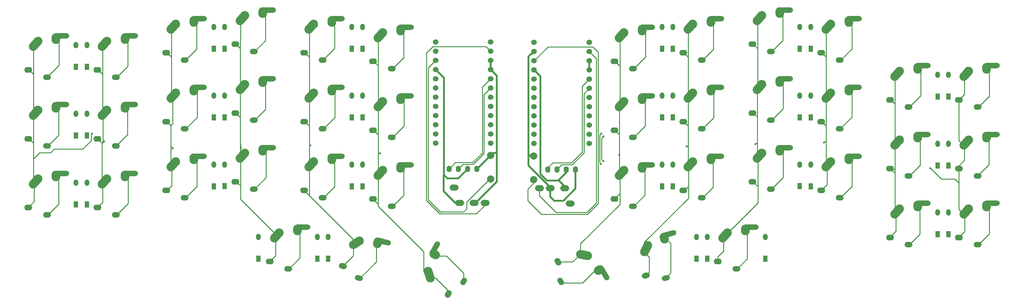
<source format=gtl>
%TF.GenerationSoftware,KiCad,Pcbnew,(6.0.11)*%
%TF.CreationDate,2023-01-31T22:09:30+01:00*%
%TF.ProjectId,corne-light,636f726e-652d-46c6-9967-68742e6b6963,2.0*%
%TF.SameCoordinates,Original*%
%TF.FileFunction,Copper,L1,Top*%
%TF.FilePolarity,Positive*%
%FSLAX46Y46*%
G04 Gerber Fmt 4.6, Leading zero omitted, Abs format (unit mm)*
G04 Created by KiCad (PCBNEW (6.0.11)) date 2023-01-31 22:09:30*
%MOMM*%
%LPD*%
G01*
G04 APERTURE LIST*
G04 Aperture macros list*
%AMHorizOval*
0 Thick line with rounded ends*
0 $1 width*
0 $2 $3 position (X,Y) of the first rounded end (center of the circle)*
0 $4 $5 position (X,Y) of the second rounded end (center of the circle)*
0 Add line between two ends*
20,1,$1,$2,$3,$4,$5,0*
0 Add two circle primitives to create the rounded ends*
1,1,$1,$2,$3*
1,1,$1,$4,$5*%
G04 Aperture macros list end*
%TA.AperFunction,ComponentPad*%
%ADD10O,1.300000X1.778000*%
%TD*%
%TA.AperFunction,ComponentPad*%
%ADD11R,1.300000X1.778000*%
%TD*%
%TA.AperFunction,ComponentPad*%
%ADD12O,1.397000X1.778000*%
%TD*%
%TA.AperFunction,ComponentPad*%
%ADD13O,2.500000X1.700000*%
%TD*%
%TA.AperFunction,ComponentPad*%
%ADD14C,2.000000*%
%TD*%
%TA.AperFunction,ComponentPad*%
%ADD15HorizOval,2.400000X-0.978148X0.207912X0.978148X-0.207912X0*%
%TD*%
%TA.AperFunction,ComponentPad*%
%ADD16HorizOval,2.400000X-0.238157X-0.137500X0.238157X0.137500X0*%
%TD*%
%TA.AperFunction,ComponentPad*%
%ADD17C,2.400000*%
%TD*%
%TA.AperFunction,ComponentPad*%
%ADD18HorizOval,1.500000X0.735931X-1.249362X-0.735931X1.249362X0*%
%TD*%
%TA.AperFunction,ComponentPad*%
%ADD19HorizOval,1.600000X0.150000X-0.259808X-0.150000X0.259808X0*%
%TD*%
%TA.AperFunction,ComponentPad*%
%ADD20HorizOval,1.500000X0.175000X-0.303109X-0.175000X0.303109X0*%
%TD*%
%TA.AperFunction,ComponentPad*%
%ADD21HorizOval,2.400000X-0.309017X0.951057X0.309017X-0.951057X0*%
%TD*%
%TA.AperFunction,ComponentPad*%
%ADD22HorizOval,2.400000X-0.238157X0.137500X0.238157X-0.137500X0*%
%TD*%
%TA.AperFunction,ComponentPad*%
%ADD23HorizOval,1.500000X0.714014X1.262016X-0.714014X-1.262016X0*%
%TD*%
%TA.AperFunction,ComponentPad*%
%ADD24HorizOval,1.600000X0.150000X0.259808X-0.150000X-0.259808X0*%
%TD*%
%TA.AperFunction,ComponentPad*%
%ADD25HorizOval,1.500000X0.175000X0.303109X-0.175000X-0.303109X0*%
%TD*%
%TA.AperFunction,ComponentPad*%
%ADD26HorizOval,2.400000X-0.669131X-0.743145X0.669131X0.743145X0*%
%TD*%
%TA.AperFunction,ComponentPad*%
%ADD27O,2.400000X2.950000*%
%TD*%
%TA.AperFunction,ComponentPad*%
%ADD28HorizOval,1.500000X1.449945X0.012653X-1.449945X-0.012653X0*%
%TD*%
%TA.AperFunction,ComponentPad*%
%ADD29O,2.200000X1.600000*%
%TD*%
%TA.AperFunction,ComponentPad*%
%ADD30O,2.200000X1.500000*%
%TD*%
%TA.AperFunction,ComponentPad*%
%ADD31HorizOval,2.400000X-0.453990X-0.891007X0.453990X0.891007X0*%
%TD*%
%TA.AperFunction,ComponentPad*%
%ADD32HorizOval,2.400000X-0.071175X0.265630X0.071175X-0.265630X0*%
%TD*%
%TA.AperFunction,ComponentPad*%
%ADD33HorizOval,1.500000X1.397264X0.387496X-1.397264X-0.387496X0*%
%TD*%
%TA.AperFunction,ComponentPad*%
%ADD34HorizOval,1.600000X0.289778X0.077646X-0.289778X-0.077646X0*%
%TD*%
%TA.AperFunction,ComponentPad*%
%ADD35HorizOval,1.500000X0.338074X0.090587X-0.338074X-0.090587X0*%
%TD*%
%TA.AperFunction,ComponentPad*%
%ADD36HorizOval,2.400000X-0.838671X-0.544639X0.838671X0.544639X0*%
%TD*%
%TA.AperFunction,ComponentPad*%
%ADD37HorizOval,2.400000X-0.071175X-0.265630X0.071175X0.265630X0*%
%TD*%
%TA.AperFunction,ComponentPad*%
%ADD38HorizOval,1.500000X1.403814X-0.363051X-1.403814X0.363051X0*%
%TD*%
%TA.AperFunction,ComponentPad*%
%ADD39HorizOval,1.600000X0.289778X-0.077646X-0.289778X0.077646X0*%
%TD*%
%TA.AperFunction,ComponentPad*%
%ADD40HorizOval,1.500000X0.338074X-0.090587X-0.338074X0.090587X0*%
%TD*%
%TA.AperFunction,ComponentPad*%
%ADD41C,1.524000*%
%TD*%
%TA.AperFunction,ViaPad*%
%ADD42C,0.600000*%
%TD*%
%TA.AperFunction,Conductor*%
%ADD43C,0.254000*%
%TD*%
%TA.AperFunction,Conductor*%
%ADD44C,0.250000*%
%TD*%
%TA.AperFunction,Conductor*%
%ADD45C,0.508000*%
%TD*%
%TA.AperFunction,Conductor*%
%ADD46C,0.500000*%
%TD*%
G04 APERTURE END LIST*
D10*
%TO.P,D13,2*%
%TO.N,Net-(D13-Pad2)*%
X30187500Y-80916875D03*
D11*
%TO.P,D13,1*%
%TO.N,row2*%
X30187500Y-86916875D03*
%TD*%
D10*
%TO.P,D14,2*%
%TO.N,Net-(D14-Pad2)*%
X33187500Y-80920000D03*
D11*
%TO.P,D14,1*%
%TO.N,row2*%
X33187500Y-86920000D03*
%TD*%
D10*
%TO.P,D34,2*%
%TO.N,Net-(D34-Pad2)*%
X270640700Y-89168900D03*
D11*
%TO.P,D34,1*%
%TO.N,row2_r*%
X270640700Y-95168900D03*
%TD*%
D10*
%TO.P,D12,2*%
%TO.N,Net-(D12-Pad2)*%
X109187500Y-56920000D03*
D11*
%TO.P,D12,1*%
%TO.N,row1*%
X109187500Y-62920000D03*
%TD*%
D10*
%TO.P,D33,2*%
%TO.N,Net-(D33-Pad2)*%
X191684847Y-56920432D03*
D11*
%TO.P,D33,1*%
%TO.N,row1_r*%
X191684847Y-62920432D03*
%TD*%
D10*
%TO.P,D32,2*%
%TO.N,Net-(D32-Pad2)*%
X194684847Y-56920432D03*
D11*
%TO.P,D32,1*%
%TO.N,row1_r*%
X194684847Y-62920432D03*
%TD*%
D10*
%TO.P,D31,2*%
%TO.N,Net-(D31-Pad2)*%
X229684847Y-56915432D03*
D11*
%TO.P,D31,1*%
%TO.N,row1_r*%
X229684847Y-62915432D03*
%TD*%
D10*
%TO.P,D30,2*%
%TO.N,Net-(D30-Pad2)*%
X232684847Y-56920432D03*
D11*
%TO.P,D30,1*%
%TO.N,row1_r*%
X232684847Y-62920432D03*
%TD*%
D10*
%TO.P,D29,2*%
%TO.N,Net-(D29-Pad2)*%
X267640700Y-70168900D03*
D11*
%TO.P,D29,1*%
%TO.N,row1_r*%
X267640700Y-76168900D03*
%TD*%
D10*
%TO.P,D28,2*%
%TO.N,Net-(D28-Pad2)*%
X270640700Y-70168900D03*
D11*
%TO.P,D28,1*%
%TO.N,row1_r*%
X270640700Y-76168900D03*
%TD*%
D10*
%TO.P,D27,2*%
%TO.N,Net-(D27-Pad2)*%
X191684847Y-37920432D03*
D11*
%TO.P,D27,1*%
%TO.N,row0_r*%
X191684847Y-43920432D03*
%TD*%
D10*
%TO.P,D26,2*%
%TO.N,Net-(D26-Pad2)*%
X194684847Y-37920432D03*
D11*
%TO.P,D26,1*%
%TO.N,row0_r*%
X194684847Y-43920432D03*
%TD*%
D10*
%TO.P,D25,2*%
%TO.N,Net-(D25-Pad2)*%
X229684847Y-37915432D03*
D11*
%TO.P,D25,1*%
%TO.N,row0_r*%
X229684847Y-43915432D03*
%TD*%
D10*
%TO.P,D24,2*%
%TO.N,Net-(D24-Pad2)*%
X232684847Y-37920432D03*
D11*
%TO.P,D24,1*%
%TO.N,row0_r*%
X232684847Y-43920432D03*
%TD*%
D10*
%TO.P,D23,2*%
%TO.N,Net-(D23-Pad2)*%
X267640700Y-51168900D03*
D11*
%TO.P,D23,1*%
%TO.N,row0_r*%
X267640700Y-57168900D03*
%TD*%
D10*
%TO.P,D22,2*%
%TO.N,Net-(D22-Pad2)*%
X270640700Y-51168900D03*
D11*
%TO.P,D22,1*%
%TO.N,row0_r*%
X270640700Y-57168900D03*
%TD*%
D10*
%TO.P,D42,2*%
%TO.N,Net-(D42-Pad2)*%
X201194847Y-95915432D03*
D11*
%TO.P,D42,1*%
%TO.N,row3_r*%
X201194847Y-101915432D03*
%TD*%
D10*
%TO.P,D41,2*%
%TO.N,Net-(D41-Pad2)*%
X204194847Y-95915432D03*
D11*
%TO.P,D41,1*%
%TO.N,row3_r*%
X204194847Y-101915432D03*
%TD*%
D10*
%TO.P,D40,2*%
%TO.N,Net-(D40-Pad2)*%
X220184847Y-95930432D03*
D11*
%TO.P,D40,1*%
%TO.N,row3_r*%
X220184847Y-101930432D03*
%TD*%
D10*
%TO.P,D39,2*%
%TO.N,Net-(D39-Pad2)*%
X191684847Y-75920432D03*
D11*
%TO.P,D39,1*%
%TO.N,row2_r*%
X191684847Y-81920432D03*
%TD*%
D10*
%TO.P,D38,2*%
%TO.N,Net-(D38-Pad2)*%
X194684847Y-75920432D03*
D11*
%TO.P,D38,1*%
%TO.N,row2_r*%
X194684847Y-81920432D03*
%TD*%
D10*
%TO.P,D37,2*%
%TO.N,Net-(D37-Pad2)*%
X229684847Y-75915432D03*
D11*
%TO.P,D37,1*%
%TO.N,row2_r*%
X229684847Y-81915432D03*
%TD*%
D10*
%TO.P,D36,2*%
%TO.N,Net-(D36-Pad2)*%
X232684847Y-75920432D03*
D11*
%TO.P,D36,1*%
%TO.N,row2_r*%
X232684847Y-81920432D03*
%TD*%
D10*
%TO.P,D35,2*%
%TO.N,Net-(D35-Pad2)*%
X267640700Y-89168900D03*
D11*
%TO.P,D35,1*%
%TO.N,row2_r*%
X267640700Y-95168900D03*
%TD*%
D10*
%TO.P,D1,2*%
%TO.N,Net-(D1-Pad2)*%
X30187500Y-42916875D03*
D11*
%TO.P,D1,1*%
%TO.N,row0*%
X30187500Y-48916875D03*
%TD*%
D10*
%TO.P,D2,2*%
%TO.N,Net-(D2-Pad2)*%
X33187500Y-42920000D03*
D11*
%TO.P,D2,1*%
%TO.N,row0*%
X33187500Y-48920000D03*
%TD*%
D10*
%TO.P,D3,2*%
%TO.N,Net-(D3-Pad2)*%
X68187500Y-37920000D03*
D11*
%TO.P,D3,1*%
%TO.N,row0*%
X68187500Y-43920000D03*
%TD*%
D10*
%TO.P,D4,2*%
%TO.N,Net-(D4-Pad2)*%
X71187500Y-37915000D03*
D11*
%TO.P,D4,1*%
%TO.N,row0*%
X71187500Y-43915000D03*
%TD*%
D10*
%TO.P,D5,2*%
%TO.N,Net-(D5-Pad2)*%
X106187500Y-37920000D03*
D11*
%TO.P,D5,1*%
%TO.N,row0*%
X106187500Y-43920000D03*
%TD*%
D10*
%TO.P,D6,2*%
%TO.N,Net-(D6-Pad2)*%
X109187500Y-37920000D03*
D11*
%TO.P,D6,1*%
%TO.N,row0*%
X109187500Y-43920000D03*
%TD*%
D10*
%TO.P,D7,2*%
%TO.N,Net-(D7-Pad2)*%
X30187500Y-61916875D03*
D11*
%TO.P,D7,1*%
%TO.N,row1*%
X30187500Y-67916875D03*
%TD*%
D10*
%TO.P,D8,2*%
%TO.N,Net-(D8-Pad2)*%
X33187500Y-61920000D03*
D11*
%TO.P,D8,1*%
%TO.N,row1*%
X33187500Y-67920000D03*
%TD*%
D10*
%TO.P,D9,2*%
%TO.N,Net-(D9-Pad2)*%
X68187500Y-56920000D03*
D11*
%TO.P,D9,1*%
%TO.N,row1*%
X68187500Y-62920000D03*
%TD*%
D10*
%TO.P,D10,2*%
%TO.N,Net-(D10-Pad2)*%
X71187500Y-56915000D03*
D11*
%TO.P,D10,1*%
%TO.N,row1*%
X71187500Y-62915000D03*
%TD*%
D10*
%TO.P,D11,2*%
%TO.N,Net-(D11-Pad2)*%
X106187500Y-56920000D03*
D11*
%TO.P,D11,1*%
%TO.N,row1*%
X106187500Y-62920000D03*
%TD*%
D10*
%TO.P,D15,2*%
%TO.N,Net-(D15-Pad2)*%
X68187500Y-75920000D03*
D11*
%TO.P,D15,1*%
%TO.N,row2*%
X68187500Y-81920000D03*
%TD*%
D10*
%TO.P,D16,2*%
%TO.N,Net-(D16-Pad2)*%
X71187500Y-75915000D03*
D11*
%TO.P,D16,1*%
%TO.N,row2*%
X71187500Y-81915000D03*
%TD*%
D10*
%TO.P,D17,2*%
%TO.N,Net-(D17-Pad2)*%
X106187500Y-75920000D03*
D11*
%TO.P,D17,1*%
%TO.N,row2*%
X106187500Y-81920000D03*
%TD*%
D10*
%TO.P,D18,2*%
%TO.N,Net-(D18-Pad2)*%
X109187500Y-75920000D03*
D11*
%TO.P,D18,1*%
%TO.N,row2*%
X109187500Y-81920000D03*
%TD*%
D10*
%TO.P,D19,2*%
%TO.N,Net-(D19-Pad2)*%
X80507500Y-95910000D03*
D11*
%TO.P,D19,1*%
%TO.N,row3*%
X80507500Y-101910000D03*
%TD*%
D10*
%TO.P,D20,2*%
%TO.N,Net-(D20-Pad2)*%
X96687500Y-95905000D03*
D11*
%TO.P,D20,1*%
%TO.N,row3*%
X96687500Y-101905000D03*
%TD*%
D10*
%TO.P,D21,2*%
%TO.N,Net-(D21-Pad2)*%
X99687500Y-95905000D03*
D11*
%TO.P,D21,1*%
%TO.N,row3*%
X99687500Y-101905000D03*
%TD*%
D12*
%TO.P,J7,4*%
%TO.N,GNDA*%
X167877500Y-77310000D03*
%TO.P,J7,3*%
%TO.N,VDD*%
X165337500Y-77310000D03*
%TO.P,J7,2*%
%TO.N,SCL_r*%
X162797500Y-77310000D03*
%TO.P,J7,1*%
%TO.N,SDA_r*%
X160257500Y-77310000D03*
%TD*%
%TO.P,J2,4*%
%TO.N,GND*%
X140648500Y-77168000D03*
%TO.P,J2,3*%
%TO.N,VCC*%
X138108500Y-77168000D03*
%TO.P,J2,2*%
%TO.N,SCL*%
X135568500Y-77168000D03*
%TO.P,J2,1*%
%TO.N,SDA*%
X133028500Y-77168000D03*
%TD*%
D13*
%TO.P,J6,A*%
%TO.N,Net-(J6-PadA)*%
X166407847Y-86665432D03*
%TO.P,J6,D*%
%TO.N,VDD*%
X164907847Y-82465432D03*
%TO.P,J6,C*%
%TO.N,GNDA*%
X160907847Y-82465432D03*
%TO.P,J6,B*%
%TO.N,data_r*%
X157907847Y-82465432D03*
%TD*%
%TO.P,J1,A*%
%TO.N,Net-(J1-PadA)*%
X134414500Y-82332000D03*
%TO.P,J1,D*%
%TO.N,VCC*%
X135914500Y-86532000D03*
%TO.P,J1,C*%
%TO.N,GND*%
X139914500Y-86532000D03*
%TO.P,J1,B*%
%TO.N,data*%
X142914500Y-86532000D03*
%TD*%
D14*
%TO.P,RSW2,2*%
%TO.N,GNDA*%
X156374847Y-73567432D03*
%TO.P,RSW2,1*%
%TO.N,reset_r*%
X156374847Y-80067432D03*
%TD*%
%TO.P,RSW1,2*%
%TO.N,GND*%
X144504500Y-73421000D03*
%TO.P,RSW1,1*%
%TO.N,reset*%
X144504500Y-79921000D03*
%TD*%
D15*
%TO.P,SW42,1*%
%TO.N,col5_r*%
X170221360Y-100937447D03*
D16*
%TO.P,SW42,2*%
%TO.N,Net-(D42-Pad2)*%
X174341769Y-105060496D03*
D17*
%TO.P,SW42,1*%
%TO.N,col5_r*%
X171148949Y-101130368D03*
D18*
%TO.P,SW42,2*%
%TO.N,Net-(D42-Pad2)*%
X175682996Y-105902767D03*
D19*
%TO.P,SW42,1*%
%TO.N,col5_r*%
X163007348Y-102828702D03*
D20*
%TO.P,SW42,2*%
%TO.N,Net-(D42-Pad2)*%
X163825297Y-108245432D03*
%TD*%
D21*
%TO.P,SW21,1*%
%TO.N,col5*%
X127520118Y-106359840D03*
D22*
%TO.P,SW21,2*%
%TO.N,Net-(D21-Pad2)*%
X129030578Y-100729936D03*
D17*
%TO.P,SW21,1*%
%TO.N,col5*%
X127223398Y-105460064D03*
D23*
%TO.P,SW21,2*%
%TO.N,Net-(D21-Pad2)*%
X129089393Y-99147264D03*
D24*
%TO.P,SW21,1*%
%TO.N,col5*%
X132764999Y-111661730D03*
D25*
%TO.P,SW21,2*%
%TO.N,Net-(D21-Pad2)*%
X137047050Y-108245000D03*
%TD*%
D26*
%TO.P,SW18,1*%
%TO.N,col5*%
X114056631Y-78251855D03*
D27*
%TO.P,SW18,2*%
%TO.N,Net-(D18-Pad2)*%
X119687500Y-76745000D03*
D17*
%TO.P,SW18,1*%
%TO.N,col5*%
X114687500Y-77545000D03*
D28*
%TO.P,SW18,2*%
%TO.N,Net-(D18-Pad2)*%
X121087542Y-76004599D03*
D29*
%TO.P,SW18,1*%
%TO.N,col5*%
X112087500Y-85445000D03*
D30*
%TO.P,SW18,2*%
%TO.N,Net-(D18-Pad2)*%
X117187500Y-87445000D03*
%TD*%
D26*
%TO.P,SW32,1*%
%TO.N,col4_r*%
X199553978Y-56877287D03*
D27*
%TO.P,SW32,2*%
%TO.N,Net-(D32-Pad2)*%
X205184847Y-55370432D03*
D17*
%TO.P,SW32,1*%
%TO.N,col4_r*%
X200184847Y-56170432D03*
D28*
%TO.P,SW32,2*%
%TO.N,Net-(D32-Pad2)*%
X206584889Y-54630031D03*
D29*
%TO.P,SW32,1*%
%TO.N,col4_r*%
X197584847Y-64070432D03*
D30*
%TO.P,SW32,2*%
%TO.N,Net-(D32-Pad2)*%
X202684847Y-66070432D03*
%TD*%
D26*
%TO.P,SW11,1*%
%TO.N,col4*%
X95056631Y-56876855D03*
D27*
%TO.P,SW11,2*%
%TO.N,Net-(D11-Pad2)*%
X100687500Y-55370000D03*
D17*
%TO.P,SW11,1*%
%TO.N,col4*%
X95687500Y-56170000D03*
D28*
%TO.P,SW11,2*%
%TO.N,Net-(D11-Pad2)*%
X102087542Y-54629599D03*
D29*
%TO.P,SW11,1*%
%TO.N,col4*%
X93087500Y-64070000D03*
D30*
%TO.P,SW11,2*%
%TO.N,Net-(D11-Pad2)*%
X98187500Y-66070000D03*
%TD*%
D26*
%TO.P,SW33,1*%
%TO.N,col5_r*%
X180553978Y-59252287D03*
D27*
%TO.P,SW33,2*%
%TO.N,Net-(D33-Pad2)*%
X186184847Y-57745432D03*
D17*
%TO.P,SW33,1*%
%TO.N,col5_r*%
X181184847Y-58545432D03*
D28*
%TO.P,SW33,2*%
%TO.N,Net-(D33-Pad2)*%
X187584889Y-57005031D03*
D29*
%TO.P,SW33,1*%
%TO.N,col5_r*%
X178584847Y-66445432D03*
D30*
%TO.P,SW33,2*%
%TO.N,Net-(D33-Pad2)*%
X183684847Y-68445432D03*
%TD*%
D31*
%TO.P,SW41,1*%
%TO.N,col4_r*%
X187308330Y-99174827D03*
D32*
%TO.P,SW41,2*%
%TO.N,Net-(D41-Pad2)*%
X192357330Y-96261940D03*
D17*
%TO.P,SW41,1*%
%TO.N,col4_r*%
X187734756Y-98328776D03*
D33*
%TO.P,SW41,2*%
%TO.N,Net-(D41-Pad2)*%
X193518037Y-95184410D03*
D34*
%TO.P,SW41,1*%
%TO.N,col4_r*%
X187268020Y-106632520D03*
D35*
%TO.P,SW41,2*%
%TO.N,Net-(D41-Pad2)*%
X192711879Y-107244394D03*
%TD*%
D26*
%TO.P,SW8,1*%
%TO.N,col1*%
X38056631Y-61626855D03*
D27*
%TO.P,SW8,2*%
%TO.N,Net-(D8-Pad2)*%
X43687500Y-60120000D03*
D17*
%TO.P,SW8,1*%
%TO.N,col1*%
X38687500Y-60920000D03*
D28*
%TO.P,SW8,2*%
%TO.N,Net-(D8-Pad2)*%
X45087542Y-59379599D03*
D29*
%TO.P,SW8,1*%
%TO.N,col1*%
X36087500Y-68820000D03*
D30*
%TO.P,SW8,2*%
%TO.N,Net-(D8-Pad2)*%
X41187500Y-70820000D03*
%TD*%
D26*
%TO.P,SW7,1*%
%TO.N,col0*%
X19056631Y-61626855D03*
D27*
%TO.P,SW7,2*%
%TO.N,Net-(D7-Pad2)*%
X24687500Y-60120000D03*
D17*
%TO.P,SW7,1*%
%TO.N,col0*%
X19687500Y-60920000D03*
D28*
%TO.P,SW7,2*%
%TO.N,Net-(D7-Pad2)*%
X26087542Y-59379599D03*
D29*
%TO.P,SW7,1*%
%TO.N,col0*%
X17087500Y-68820000D03*
D30*
%TO.P,SW7,2*%
%TO.N,Net-(D7-Pad2)*%
X22187500Y-70820000D03*
%TD*%
D26*
%TO.P,SW1,1*%
%TO.N,col0*%
X19056631Y-42626855D03*
D27*
%TO.P,SW1,2*%
%TO.N,Net-(D1-Pad2)*%
X24687500Y-41120000D03*
D17*
%TO.P,SW1,1*%
%TO.N,col0*%
X19687500Y-41920000D03*
D28*
%TO.P,SW1,2*%
%TO.N,Net-(D1-Pad2)*%
X26087542Y-40379599D03*
D29*
%TO.P,SW1,1*%
%TO.N,col0*%
X17087500Y-49820000D03*
D30*
%TO.P,SW1,2*%
%TO.N,Net-(D1-Pad2)*%
X22187500Y-51820000D03*
%TD*%
D26*
%TO.P,SW2,1*%
%TO.N,col1*%
X38056631Y-42626855D03*
D27*
%TO.P,SW2,2*%
%TO.N,Net-(D2-Pad2)*%
X43687500Y-41120000D03*
D17*
%TO.P,SW2,1*%
%TO.N,col1*%
X38687500Y-41920000D03*
D28*
%TO.P,SW2,2*%
%TO.N,Net-(D2-Pad2)*%
X45087542Y-40379599D03*
D29*
%TO.P,SW2,1*%
%TO.N,col1*%
X36087500Y-49820000D03*
D30*
%TO.P,SW2,2*%
%TO.N,Net-(D2-Pad2)*%
X41187500Y-51820000D03*
%TD*%
D26*
%TO.P,SW37,1*%
%TO.N,col3_r*%
X218553978Y-73502287D03*
D27*
%TO.P,SW37,2*%
%TO.N,Net-(D37-Pad2)*%
X224184847Y-71995432D03*
D17*
%TO.P,SW37,1*%
%TO.N,col3_r*%
X219184847Y-72795432D03*
D28*
%TO.P,SW37,2*%
%TO.N,Net-(D37-Pad2)*%
X225584889Y-71255031D03*
D29*
%TO.P,SW37,1*%
%TO.N,col3_r*%
X216584847Y-80695432D03*
D30*
%TO.P,SW37,2*%
%TO.N,Net-(D37-Pad2)*%
X221684847Y-82695432D03*
%TD*%
D26*
%TO.P,SW9,1*%
%TO.N,col2*%
X57056631Y-56876855D03*
D27*
%TO.P,SW9,2*%
%TO.N,Net-(D9-Pad2)*%
X62687500Y-55370000D03*
D17*
%TO.P,SW9,1*%
%TO.N,col2*%
X57687500Y-56170000D03*
D28*
%TO.P,SW9,2*%
%TO.N,Net-(D9-Pad2)*%
X64087542Y-54629599D03*
D29*
%TO.P,SW9,1*%
%TO.N,col2*%
X55087500Y-64070000D03*
D30*
%TO.P,SW9,2*%
%TO.N,Net-(D9-Pad2)*%
X60187500Y-66070000D03*
%TD*%
D26*
%TO.P,SW26,1*%
%TO.N,col4_r*%
X199553978Y-37877287D03*
D27*
%TO.P,SW26,2*%
%TO.N,Net-(D26-Pad2)*%
X205184847Y-36370432D03*
D17*
%TO.P,SW26,1*%
%TO.N,col4_r*%
X200184847Y-37170432D03*
D28*
%TO.P,SW26,2*%
%TO.N,Net-(D26-Pad2)*%
X206584889Y-35630031D03*
D29*
%TO.P,SW26,1*%
%TO.N,col4_r*%
X197584847Y-45070432D03*
D30*
%TO.P,SW26,2*%
%TO.N,Net-(D26-Pad2)*%
X202684847Y-47070432D03*
%TD*%
D26*
%TO.P,SW3,1*%
%TO.N,col2*%
X57056631Y-37876855D03*
D27*
%TO.P,SW3,2*%
%TO.N,Net-(D3-Pad2)*%
X62687500Y-36370000D03*
D17*
%TO.P,SW3,1*%
%TO.N,col2*%
X57687500Y-37170000D03*
D28*
%TO.P,SW3,2*%
%TO.N,Net-(D3-Pad2)*%
X64087542Y-35629599D03*
D29*
%TO.P,SW3,1*%
%TO.N,col2*%
X55087500Y-45070000D03*
D30*
%TO.P,SW3,2*%
%TO.N,Net-(D3-Pad2)*%
X60187500Y-47070000D03*
%TD*%
D26*
%TO.P,SW14,1*%
%TO.N,col1*%
X38056631Y-80626855D03*
D27*
%TO.P,SW14,2*%
%TO.N,Net-(D14-Pad2)*%
X43687500Y-79120000D03*
D17*
%TO.P,SW14,1*%
%TO.N,col1*%
X38687500Y-79920000D03*
D28*
%TO.P,SW14,2*%
%TO.N,Net-(D14-Pad2)*%
X45087542Y-78379599D03*
D29*
%TO.P,SW14,1*%
%TO.N,col1*%
X36087500Y-87820000D03*
D30*
%TO.P,SW14,2*%
%TO.N,Net-(D14-Pad2)*%
X41187500Y-89820000D03*
%TD*%
D26*
%TO.P,SW27,1*%
%TO.N,col5_r*%
X180553978Y-40252287D03*
D27*
%TO.P,SW27,2*%
%TO.N,Net-(D27-Pad2)*%
X186184847Y-38745432D03*
D17*
%TO.P,SW27,1*%
%TO.N,col5_r*%
X181184847Y-39545432D03*
D28*
%TO.P,SW27,2*%
%TO.N,Net-(D27-Pad2)*%
X187584889Y-38005031D03*
D29*
%TO.P,SW27,1*%
%TO.N,col5_r*%
X178584847Y-47445432D03*
D30*
%TO.P,SW27,2*%
%TO.N,Net-(D27-Pad2)*%
X183684847Y-49445432D03*
%TD*%
D26*
%TO.P,SW12,1*%
%TO.N,col5*%
X114056631Y-59251855D03*
D27*
%TO.P,SW12,2*%
%TO.N,Net-(D12-Pad2)*%
X119687500Y-57745000D03*
D17*
%TO.P,SW12,1*%
%TO.N,col5*%
X114687500Y-58545000D03*
D28*
%TO.P,SW12,2*%
%TO.N,Net-(D12-Pad2)*%
X121087542Y-57004599D03*
D29*
%TO.P,SW12,1*%
%TO.N,col5*%
X112087500Y-66445000D03*
D30*
%TO.P,SW12,2*%
%TO.N,Net-(D12-Pad2)*%
X117187500Y-68445000D03*
%TD*%
D36*
%TO.P,SW20,1*%
%TO.N,col4*%
X107515641Y-97553738D03*
D37*
%TO.P,SW20,2*%
%TO.N,Net-(D20-Pad2)*%
X113344646Y-97555604D03*
D17*
%TO.P,SW20,1*%
%TO.N,col4*%
X108307962Y-97034249D03*
D38*
%TO.P,SW20,2*%
%TO.N,Net-(D20-Pad2)*%
X114888613Y-97202789D03*
D39*
%TO.P,SW20,1*%
%TO.N,col4*%
X103751884Y-103992134D03*
D40*
%TO.P,SW20,2*%
%TO.N,Net-(D20-Pad2)*%
X108160468Y-107243962D03*
%TD*%
D26*
%TO.P,SW10,1*%
%TO.N,col3*%
X76056631Y-54501855D03*
D27*
%TO.P,SW10,2*%
%TO.N,Net-(D10-Pad2)*%
X81687500Y-52995000D03*
D17*
%TO.P,SW10,1*%
%TO.N,col3*%
X76687500Y-53795000D03*
D28*
%TO.P,SW10,2*%
%TO.N,Net-(D10-Pad2)*%
X83087542Y-52254599D03*
D29*
%TO.P,SW10,1*%
%TO.N,col3*%
X74087500Y-61695000D03*
D30*
%TO.P,SW10,2*%
%TO.N,Net-(D10-Pad2)*%
X79187500Y-63695000D03*
%TD*%
D26*
%TO.P,SW15,1*%
%TO.N,col2*%
X57056631Y-75876855D03*
D27*
%TO.P,SW15,2*%
%TO.N,Net-(D15-Pad2)*%
X62687500Y-74370000D03*
D17*
%TO.P,SW15,1*%
%TO.N,col2*%
X57687500Y-75170000D03*
D28*
%TO.P,SW15,2*%
%TO.N,Net-(D15-Pad2)*%
X64087542Y-73629599D03*
D29*
%TO.P,SW15,1*%
%TO.N,col2*%
X55087500Y-83070000D03*
D30*
%TO.P,SW15,2*%
%TO.N,Net-(D15-Pad2)*%
X60187500Y-85070000D03*
%TD*%
D26*
%TO.P,SW16,1*%
%TO.N,col3*%
X76056631Y-73501855D03*
D27*
%TO.P,SW16,2*%
%TO.N,Net-(D16-Pad2)*%
X81687500Y-71995000D03*
D17*
%TO.P,SW16,1*%
%TO.N,col3*%
X76687500Y-72795000D03*
D28*
%TO.P,SW16,2*%
%TO.N,Net-(D16-Pad2)*%
X83087542Y-71254599D03*
D29*
%TO.P,SW16,1*%
%TO.N,col3*%
X74087500Y-80695000D03*
D30*
%TO.P,SW16,2*%
%TO.N,Net-(D16-Pad2)*%
X79187500Y-82695000D03*
%TD*%
D26*
%TO.P,SW17,1*%
%TO.N,col4*%
X95056631Y-75876855D03*
D27*
%TO.P,SW17,2*%
%TO.N,Net-(D17-Pad2)*%
X100687500Y-74370000D03*
D17*
%TO.P,SW17,1*%
%TO.N,col4*%
X95687500Y-75170000D03*
D28*
%TO.P,SW17,2*%
%TO.N,Net-(D17-Pad2)*%
X102087542Y-73629599D03*
D29*
%TO.P,SW17,1*%
%TO.N,col4*%
X93087500Y-83070000D03*
D30*
%TO.P,SW17,2*%
%TO.N,Net-(D17-Pad2)*%
X98187500Y-85070000D03*
%TD*%
D26*
%TO.P,SW19,1*%
%TO.N,col3*%
X85556631Y-95501855D03*
D27*
%TO.P,SW19,2*%
%TO.N,Net-(D19-Pad2)*%
X91187500Y-93995000D03*
D17*
%TO.P,SW19,1*%
%TO.N,col3*%
X86187500Y-94795000D03*
D28*
%TO.P,SW19,2*%
%TO.N,Net-(D19-Pad2)*%
X92587542Y-93254599D03*
D29*
%TO.P,SW19,1*%
%TO.N,col3*%
X83587500Y-102695000D03*
D30*
%TO.P,SW19,2*%
%TO.N,Net-(D19-Pad2)*%
X88687500Y-104695000D03*
%TD*%
D26*
%TO.P,SW13,1*%
%TO.N,col0*%
X19056631Y-80626855D03*
D27*
%TO.P,SW13,2*%
%TO.N,Net-(D13-Pad2)*%
X24687500Y-79120000D03*
D17*
%TO.P,SW13,1*%
%TO.N,col0*%
X19687500Y-79920000D03*
D28*
%TO.P,SW13,2*%
%TO.N,Net-(D13-Pad2)*%
X26087542Y-78379599D03*
D29*
%TO.P,SW13,1*%
%TO.N,col0*%
X17087500Y-87820000D03*
D30*
%TO.P,SW13,2*%
%TO.N,Net-(D13-Pad2)*%
X22187500Y-89820000D03*
%TD*%
D26*
%TO.P,SW39,1*%
%TO.N,col5_r*%
X180553978Y-78252287D03*
D27*
%TO.P,SW39,2*%
%TO.N,Net-(D39-Pad2)*%
X186184847Y-76745432D03*
D17*
%TO.P,SW39,1*%
%TO.N,col5_r*%
X181184847Y-77545432D03*
D28*
%TO.P,SW39,2*%
%TO.N,Net-(D39-Pad2)*%
X187584889Y-76005031D03*
D29*
%TO.P,SW39,1*%
%TO.N,col5_r*%
X178584847Y-85445432D03*
D30*
%TO.P,SW39,2*%
%TO.N,Net-(D39-Pad2)*%
X183684847Y-87445432D03*
%TD*%
D26*
%TO.P,SW28,1*%
%TO.N,col0_r*%
X275509831Y-69875755D03*
D27*
%TO.P,SW28,2*%
%TO.N,Net-(D28-Pad2)*%
X281140700Y-68368900D03*
D17*
%TO.P,SW28,1*%
%TO.N,col0_r*%
X276140700Y-69168900D03*
D28*
%TO.P,SW28,2*%
%TO.N,Net-(D28-Pad2)*%
X282540742Y-67628499D03*
D29*
%TO.P,SW28,1*%
%TO.N,col0_r*%
X273540700Y-77068900D03*
D30*
%TO.P,SW28,2*%
%TO.N,Net-(D28-Pad2)*%
X278640700Y-79068900D03*
%TD*%
D26*
%TO.P,SW23,1*%
%TO.N,col1_r*%
X256509831Y-50875755D03*
D27*
%TO.P,SW23,2*%
%TO.N,Net-(D23-Pad2)*%
X262140700Y-49368900D03*
D17*
%TO.P,SW23,1*%
%TO.N,col1_r*%
X257140700Y-50168900D03*
D28*
%TO.P,SW23,2*%
%TO.N,Net-(D23-Pad2)*%
X263540742Y-48628499D03*
D29*
%TO.P,SW23,1*%
%TO.N,col1_r*%
X254540700Y-58068900D03*
D30*
%TO.P,SW23,2*%
%TO.N,Net-(D23-Pad2)*%
X259640700Y-60068900D03*
%TD*%
D26*
%TO.P,SW40,1*%
%TO.N,col3_r*%
X209053978Y-95502287D03*
D27*
%TO.P,SW40,2*%
%TO.N,Net-(D40-Pad2)*%
X214684847Y-93995432D03*
D17*
%TO.P,SW40,1*%
%TO.N,col3_r*%
X209684847Y-94795432D03*
D28*
%TO.P,SW40,2*%
%TO.N,Net-(D40-Pad2)*%
X216084889Y-93255031D03*
D29*
%TO.P,SW40,1*%
%TO.N,col3_r*%
X207084847Y-102695432D03*
D30*
%TO.P,SW40,2*%
%TO.N,Net-(D40-Pad2)*%
X212184847Y-104695432D03*
%TD*%
D26*
%TO.P,SW38,1*%
%TO.N,col4_r*%
X199553978Y-75877287D03*
D27*
%TO.P,SW38,2*%
%TO.N,Net-(D38-Pad2)*%
X205184847Y-74370432D03*
D17*
%TO.P,SW38,1*%
%TO.N,col4_r*%
X200184847Y-75170432D03*
D28*
%TO.P,SW38,2*%
%TO.N,Net-(D38-Pad2)*%
X206584889Y-73630031D03*
D29*
%TO.P,SW38,1*%
%TO.N,col4_r*%
X197584847Y-83070432D03*
D30*
%TO.P,SW38,2*%
%TO.N,Net-(D38-Pad2)*%
X202684847Y-85070432D03*
%TD*%
D26*
%TO.P,SW36,1*%
%TO.N,col2_r*%
X237553978Y-75877287D03*
D27*
%TO.P,SW36,2*%
%TO.N,Net-(D36-Pad2)*%
X243184847Y-74370432D03*
D17*
%TO.P,SW36,1*%
%TO.N,col2_r*%
X238184847Y-75170432D03*
D28*
%TO.P,SW36,2*%
%TO.N,Net-(D36-Pad2)*%
X244584889Y-73630031D03*
D29*
%TO.P,SW36,1*%
%TO.N,col2_r*%
X235584847Y-83070432D03*
D30*
%TO.P,SW36,2*%
%TO.N,Net-(D36-Pad2)*%
X240684847Y-85070432D03*
%TD*%
D26*
%TO.P,SW35,1*%
%TO.N,col1_r*%
X256509831Y-88875755D03*
D27*
%TO.P,SW35,2*%
%TO.N,Net-(D35-Pad2)*%
X262140700Y-87368900D03*
D17*
%TO.P,SW35,1*%
%TO.N,col1_r*%
X257140700Y-88168900D03*
D28*
%TO.P,SW35,2*%
%TO.N,Net-(D35-Pad2)*%
X263540742Y-86628499D03*
D29*
%TO.P,SW35,1*%
%TO.N,col1_r*%
X254540700Y-96068900D03*
D30*
%TO.P,SW35,2*%
%TO.N,Net-(D35-Pad2)*%
X259640700Y-98068900D03*
%TD*%
D26*
%TO.P,SW34,1*%
%TO.N,col0_r*%
X275509831Y-88875755D03*
D27*
%TO.P,SW34,2*%
%TO.N,Net-(D34-Pad2)*%
X281140700Y-87368900D03*
D17*
%TO.P,SW34,1*%
%TO.N,col0_r*%
X276140700Y-88168900D03*
D28*
%TO.P,SW34,2*%
%TO.N,Net-(D34-Pad2)*%
X282540742Y-86628499D03*
D29*
%TO.P,SW34,1*%
%TO.N,col0_r*%
X273540700Y-96068900D03*
D30*
%TO.P,SW34,2*%
%TO.N,Net-(D34-Pad2)*%
X278640700Y-98068900D03*
%TD*%
D26*
%TO.P,SW31,1*%
%TO.N,col3_r*%
X218553978Y-54502287D03*
D27*
%TO.P,SW31,2*%
%TO.N,Net-(D31-Pad2)*%
X224184847Y-52995432D03*
D17*
%TO.P,SW31,1*%
%TO.N,col3_r*%
X219184847Y-53795432D03*
D28*
%TO.P,SW31,2*%
%TO.N,Net-(D31-Pad2)*%
X225584889Y-52255031D03*
D29*
%TO.P,SW31,1*%
%TO.N,col3_r*%
X216584847Y-61695432D03*
D30*
%TO.P,SW31,2*%
%TO.N,Net-(D31-Pad2)*%
X221684847Y-63695432D03*
%TD*%
D26*
%TO.P,SW30,1*%
%TO.N,col2_r*%
X237553978Y-56877287D03*
D27*
%TO.P,SW30,2*%
%TO.N,Net-(D30-Pad2)*%
X243184847Y-55370432D03*
D17*
%TO.P,SW30,1*%
%TO.N,col2_r*%
X238184847Y-56170432D03*
D28*
%TO.P,SW30,2*%
%TO.N,Net-(D30-Pad2)*%
X244584889Y-54630031D03*
D29*
%TO.P,SW30,1*%
%TO.N,col2_r*%
X235584847Y-64070432D03*
D30*
%TO.P,SW30,2*%
%TO.N,Net-(D30-Pad2)*%
X240684847Y-66070432D03*
%TD*%
D26*
%TO.P,SW29,1*%
%TO.N,col1_r*%
X256509831Y-69875755D03*
D27*
%TO.P,SW29,2*%
%TO.N,Net-(D29-Pad2)*%
X262140700Y-68368900D03*
D17*
%TO.P,SW29,1*%
%TO.N,col1_r*%
X257140700Y-69168900D03*
D28*
%TO.P,SW29,2*%
%TO.N,Net-(D29-Pad2)*%
X263540742Y-67628499D03*
D29*
%TO.P,SW29,1*%
%TO.N,col1_r*%
X254540700Y-77068900D03*
D30*
%TO.P,SW29,2*%
%TO.N,Net-(D29-Pad2)*%
X259640700Y-79068900D03*
%TD*%
D26*
%TO.P,SW25,1*%
%TO.N,col3_r*%
X218553978Y-35502287D03*
D27*
%TO.P,SW25,2*%
%TO.N,Net-(D25-Pad2)*%
X224184847Y-33995432D03*
D17*
%TO.P,SW25,1*%
%TO.N,col3_r*%
X219184847Y-34795432D03*
D28*
%TO.P,SW25,2*%
%TO.N,Net-(D25-Pad2)*%
X225584889Y-33255031D03*
D29*
%TO.P,SW25,1*%
%TO.N,col3_r*%
X216584847Y-42695432D03*
D30*
%TO.P,SW25,2*%
%TO.N,Net-(D25-Pad2)*%
X221684847Y-44695432D03*
%TD*%
D26*
%TO.P,SW24,1*%
%TO.N,col2_r*%
X237553978Y-37877287D03*
D27*
%TO.P,SW24,2*%
%TO.N,Net-(D24-Pad2)*%
X243184847Y-36370432D03*
D17*
%TO.P,SW24,1*%
%TO.N,col2_r*%
X238184847Y-37170432D03*
D28*
%TO.P,SW24,2*%
%TO.N,Net-(D24-Pad2)*%
X244584889Y-35630031D03*
D29*
%TO.P,SW24,1*%
%TO.N,col2_r*%
X235584847Y-45070432D03*
D30*
%TO.P,SW24,2*%
%TO.N,Net-(D24-Pad2)*%
X240684847Y-47070432D03*
%TD*%
D26*
%TO.P,SW22,1*%
%TO.N,col0_r*%
X275509831Y-50875755D03*
D27*
%TO.P,SW22,2*%
%TO.N,Net-(D22-Pad2)*%
X281140700Y-49368900D03*
D17*
%TO.P,SW22,1*%
%TO.N,col0_r*%
X276140700Y-50168900D03*
D28*
%TO.P,SW22,2*%
%TO.N,Net-(D22-Pad2)*%
X282540742Y-48628499D03*
D29*
%TO.P,SW22,1*%
%TO.N,col0_r*%
X273540700Y-58068900D03*
D30*
%TO.P,SW22,2*%
%TO.N,Net-(D22-Pad2)*%
X278640700Y-60068900D03*
%TD*%
D26*
%TO.P,SW4,1*%
%TO.N,col3*%
X76056631Y-35501855D03*
D27*
%TO.P,SW4,2*%
%TO.N,Net-(D4-Pad2)*%
X81687500Y-33995000D03*
D17*
%TO.P,SW4,1*%
%TO.N,col3*%
X76687500Y-34795000D03*
D28*
%TO.P,SW4,2*%
%TO.N,Net-(D4-Pad2)*%
X83087542Y-33254599D03*
D29*
%TO.P,SW4,1*%
%TO.N,col3*%
X74087500Y-42695000D03*
D30*
%TO.P,SW4,2*%
%TO.N,Net-(D4-Pad2)*%
X79187500Y-44695000D03*
%TD*%
D26*
%TO.P,SW5,1*%
%TO.N,col4*%
X95056631Y-37876855D03*
D27*
%TO.P,SW5,2*%
%TO.N,Net-(D5-Pad2)*%
X100687500Y-36370000D03*
D17*
%TO.P,SW5,1*%
%TO.N,col4*%
X95687500Y-37170000D03*
D28*
%TO.P,SW5,2*%
%TO.N,Net-(D5-Pad2)*%
X102087542Y-35629599D03*
D29*
%TO.P,SW5,1*%
%TO.N,col4*%
X93087500Y-45070000D03*
D30*
%TO.P,SW5,2*%
%TO.N,Net-(D5-Pad2)*%
X98187500Y-47070000D03*
%TD*%
D26*
%TO.P,SW6,1*%
%TO.N,col5*%
X114056631Y-40251855D03*
D27*
%TO.P,SW6,2*%
%TO.N,Net-(D6-Pad2)*%
X119687500Y-38745000D03*
D17*
%TO.P,SW6,1*%
%TO.N,col5*%
X114687500Y-39545000D03*
D28*
%TO.P,SW6,2*%
%TO.N,Net-(D6-Pad2)*%
X121087542Y-38004599D03*
D29*
%TO.P,SW6,1*%
%TO.N,col5*%
X112087500Y-47445000D03*
D30*
%TO.P,SW6,2*%
%TO.N,Net-(D6-Pad2)*%
X117187500Y-49445000D03*
%TD*%
D41*
%TO.P,U2,24*%
%TO.N,Net-(U2-Pad24)*%
X156454247Y-42208432D03*
%TO.P,U2,23*%
%TO.N,GNDA*%
X156454247Y-44748432D03*
%TO.P,U2,22*%
%TO.N,reset_r*%
X156454247Y-47288432D03*
%TO.P,U2,21*%
%TO.N,VDD*%
X156454247Y-49828432D03*
%TO.P,U2,20*%
%TO.N,col0_r*%
X156454247Y-52368432D03*
%TO.P,U2,19*%
%TO.N,col1_r*%
X156454247Y-54908432D03*
%TO.P,U2,18*%
%TO.N,col2_r*%
X156454247Y-57448432D03*
%TO.P,U2,17*%
%TO.N,col3_r*%
X156454247Y-59988432D03*
%TO.P,U2,16*%
%TO.N,col4_r*%
X156454247Y-62528432D03*
%TO.P,U2,15*%
%TO.N,col5_r*%
X156454247Y-65068432D03*
%TO.P,U2,14*%
%TO.N,Net-(U2-Pad14)*%
X156454247Y-67608432D03*
%TO.P,U2,13*%
%TO.N,Net-(U2-Pad13)*%
X156454247Y-70148432D03*
%TO.P,U2,12*%
%TO.N,Net-(U2-Pad12)*%
X171674247Y-70148432D03*
%TO.P,U2,11*%
%TO.N,Net-(U2-Pad11)*%
X171674247Y-67608432D03*
%TO.P,U2,10*%
%TO.N,row3_r*%
X171674247Y-65068432D03*
%TO.P,U2,9*%
%TO.N,row2_r*%
X171674247Y-62528432D03*
%TO.P,U2,8*%
%TO.N,row1_r*%
X171674247Y-59988432D03*
%TO.P,U2,7*%
%TO.N,row0_r*%
X171674247Y-57448432D03*
%TO.P,U2,6*%
%TO.N,SCL_r*%
X171674247Y-54908432D03*
%TO.P,U2,5*%
%TO.N,SDA_r*%
X171674247Y-52368432D03*
%TO.P,U2,4*%
%TO.N,GNDA*%
X171674247Y-49828432D03*
%TO.P,U2,3*%
X171674247Y-47288432D03*
%TO.P,U2,2*%
%TO.N,data_r*%
X171674247Y-44748432D03*
%TO.P,U2,1*%
%TO.N,Net-(U2-Pad1)*%
X171674247Y-42208432D03*
%TD*%
%TO.P,U1,24*%
%TO.N,Net-(U1-Pad24)*%
X129283900Y-42082000D03*
%TO.P,U1,23*%
%TO.N,GND*%
X129283900Y-44622000D03*
%TO.P,U1,22*%
%TO.N,reset*%
X129283900Y-47162000D03*
%TO.P,U1,21*%
%TO.N,VCC*%
X129283900Y-49702000D03*
%TO.P,U1,20*%
%TO.N,col0*%
X129283900Y-52242000D03*
%TO.P,U1,19*%
%TO.N,col1*%
X129283900Y-54782000D03*
%TO.P,U1,18*%
%TO.N,col2*%
X129283900Y-57322000D03*
%TO.P,U1,17*%
%TO.N,col3*%
X129283900Y-59862000D03*
%TO.P,U1,16*%
%TO.N,col4*%
X129283900Y-62402000D03*
%TO.P,U1,15*%
%TO.N,col5*%
X129283900Y-64942000D03*
%TO.P,U1,14*%
%TO.N,Net-(U1-Pad14)*%
X129283900Y-67482000D03*
%TO.P,U1,13*%
%TO.N,Net-(U1-Pad13)*%
X129283900Y-70022000D03*
%TO.P,U1,12*%
%TO.N,Net-(U1-Pad12)*%
X144503900Y-70022000D03*
%TO.P,U1,11*%
%TO.N,Net-(U1-Pad11)*%
X144503900Y-67482000D03*
%TO.P,U1,10*%
%TO.N,row3*%
X144503900Y-64942000D03*
%TO.P,U1,9*%
%TO.N,row2*%
X144503900Y-62402000D03*
%TO.P,U1,8*%
%TO.N,row1*%
X144503900Y-59862000D03*
%TO.P,U1,7*%
%TO.N,row0*%
X144503900Y-57322000D03*
%TO.P,U1,6*%
%TO.N,SCL*%
X144503900Y-54782000D03*
%TO.P,U1,5*%
%TO.N,SDA*%
X144503900Y-52242000D03*
%TO.P,U1,4*%
%TO.N,GND*%
X144503900Y-49702000D03*
%TO.P,U1,3*%
X144503900Y-47162000D03*
%TO.P,U1,2*%
%TO.N,data*%
X144503900Y-44622000D03*
%TO.P,U1,1*%
%TO.N,Net-(U1-Pad1)*%
X144503900Y-42082000D03*
%TD*%
D42*
%TO.N,col0*%
X34697500Y-67410000D03*
%TO.N,col1*%
X37984500Y-69494000D03*
%TO.N,col2*%
X56884500Y-71461010D03*
%TO.N,col3*%
X75637500Y-71190000D03*
%TO.N,col4*%
X94797500Y-70620000D03*
%TO.N,col5*%
X113984500Y-72835062D03*
%TO.N,row2_r*%
X175514847Y-75010432D03*
X175514847Y-68200433D03*
%TO.N,row3_r*%
X174894847Y-75770432D03*
X174964847Y-67370432D03*
%TO.N,col0_r*%
X265600700Y-76965910D03*
%TO.N,col2_r*%
X236382717Y-69847442D03*
%TO.N,col3_r*%
X217444847Y-70301453D03*
%TO.N,col4_r*%
X198523797Y-70834414D03*
%TO.N,col5_r*%
X179944847Y-73240420D03*
%TD*%
D43*
%TO.N,Net-(D1-Pad2)*%
X24727500Y-40840000D02*
X25055750Y-41168250D01*
D44*
X22187500Y-51791000D02*
X22187500Y-51820000D01*
X25494500Y-48484000D02*
X22187500Y-51791000D01*
X25494500Y-41607000D02*
X25494500Y-48484000D01*
X24727500Y-40840000D02*
X25494500Y-41607000D01*
D43*
%TO.N,Net-(D2-Pad2)*%
X44055750Y-41168250D02*
X43727500Y-40840000D01*
D44*
X41437500Y-51820000D02*
X41187500Y-51820000D01*
X44494500Y-41607000D02*
X44494500Y-48763000D01*
X44494500Y-48763000D02*
X41437500Y-51820000D01*
X43727500Y-40840000D02*
X44494500Y-41607000D01*
D43*
%TO.N,Net-(D3-Pad2)*%
X62727500Y-36090000D02*
X63055750Y-36418250D01*
D44*
X60437500Y-47070000D02*
X60187500Y-47070000D01*
X63464500Y-44043000D02*
X60437500Y-47070000D01*
X63464500Y-36827000D02*
X63464500Y-44043000D01*
X62727500Y-36090000D02*
X63464500Y-36827000D01*
D43*
%TO.N,Net-(D4-Pad2)*%
X81727500Y-33715000D02*
X82055750Y-34043250D01*
D44*
X79437500Y-44695000D02*
X79187500Y-44695000D01*
X82454500Y-41678000D02*
X79437500Y-44695000D01*
X82454500Y-34442000D02*
X82454500Y-41678000D01*
X81727500Y-33715000D02*
X82454500Y-34442000D01*
D43*
%TO.N,Net-(D5-Pad2)*%
X100727500Y-36090000D02*
X101055750Y-36418250D01*
D44*
X101484500Y-43834000D02*
X98248500Y-47070000D01*
X98248500Y-47070000D02*
X98187500Y-47070000D01*
X101484500Y-36847000D02*
X101484500Y-43834000D01*
X100727500Y-36090000D02*
X101484500Y-36847000D01*
D43*
%TO.N,Net-(D6-Pad2)*%
X119727500Y-38465000D02*
X120055750Y-38793250D01*
D44*
X117437500Y-49445000D02*
X117187500Y-49445000D01*
X120484500Y-46398000D02*
X117437500Y-49445000D01*
X120484500Y-39222000D02*
X120484500Y-46398000D01*
X119727500Y-38465000D02*
X120484500Y-39222000D01*
D43*
%TO.N,Net-(D7-Pad2)*%
X25055750Y-60168250D02*
X24727500Y-59840000D01*
D44*
X22437500Y-70820000D02*
X22187500Y-70820000D01*
X25464500Y-67793000D02*
X22437500Y-70820000D01*
X25464500Y-60577000D02*
X25464500Y-67793000D01*
X24727500Y-59840000D02*
X25464500Y-60577000D01*
D43*
%TO.N,Net-(D8-Pad2)*%
X43727500Y-59840000D02*
X44055750Y-60168250D01*
D44*
X41298500Y-70820000D02*
X41187500Y-70820000D01*
X44444500Y-67674000D02*
X41298500Y-70820000D01*
X44444500Y-60557000D02*
X44444500Y-67674000D01*
X43727500Y-59840000D02*
X44444500Y-60557000D01*
D43*
%TO.N,Net-(D9-Pad2)*%
X62727500Y-55090000D02*
X63055750Y-55418250D01*
D44*
X60437500Y-66070000D02*
X60187500Y-66070000D01*
X63604500Y-62903000D02*
X60437500Y-66070000D01*
X63604500Y-55967000D02*
X63604500Y-62903000D01*
X62727500Y-55090000D02*
X63604500Y-55967000D01*
D43*
%TO.N,Net-(D10-Pad2)*%
X81727500Y-52715000D02*
X82055750Y-53043250D01*
D44*
X82444500Y-60688000D02*
X79437500Y-63695000D01*
X79437500Y-63695000D02*
X79187500Y-63695000D01*
X82444500Y-53432000D02*
X82444500Y-60688000D01*
X81727500Y-52715000D02*
X82444500Y-53432000D01*
D43*
%TO.N,Net-(D11-Pad2)*%
X100727500Y-55090000D02*
X101055750Y-55418250D01*
D44*
X98437500Y-66070000D02*
X98187500Y-66070000D01*
X101564500Y-62943000D02*
X98437500Y-66070000D01*
X101564500Y-55927000D02*
X101564500Y-62943000D01*
X100727500Y-55090000D02*
X101564500Y-55927000D01*
D43*
%TO.N,Net-(D12-Pad2)*%
X119727500Y-57465000D02*
X120055750Y-57793250D01*
D44*
X117437500Y-68445000D02*
X117187500Y-68445000D01*
X120604500Y-65278000D02*
X117437500Y-68445000D01*
X120604500Y-58342000D02*
X120604500Y-65278000D01*
X119727500Y-57465000D02*
X120604500Y-58342000D01*
D43*
%TO.N,Net-(D13-Pad2)*%
X24727500Y-78840000D02*
X25055750Y-79168250D01*
D44*
X22437500Y-89820000D02*
X22187500Y-89820000D01*
X25424500Y-86833000D02*
X22437500Y-89820000D01*
X25424500Y-79537000D02*
X25424500Y-86833000D01*
X24727500Y-78840000D02*
X25424500Y-79537000D01*
D43*
%TO.N,Net-(D14-Pad2)*%
X43727500Y-78840000D02*
X44055750Y-79168250D01*
D44*
X41437500Y-89820000D02*
X41187500Y-89820000D01*
X44534500Y-86723000D02*
X41437500Y-89820000D01*
X44534500Y-79647000D02*
X44534500Y-86723000D01*
X43727500Y-78840000D02*
X44534500Y-79647000D01*
D43*
%TO.N,Net-(D15-Pad2)*%
X62727500Y-74090000D02*
X63055750Y-74418250D01*
D44*
X60437500Y-85070000D02*
X60187500Y-85070000D01*
X63534500Y-81973000D02*
X60437500Y-85070000D01*
X63534500Y-74897000D02*
X63534500Y-81973000D01*
X62727500Y-74090000D02*
X63534500Y-74897000D01*
D43*
%TO.N,Net-(D16-Pad2)*%
X81727500Y-71715000D02*
X82055750Y-72043250D01*
D44*
X79437500Y-82695000D02*
X79187500Y-82695000D01*
X82584500Y-79548000D02*
X79437500Y-82695000D01*
X82584500Y-72572000D02*
X82584500Y-79548000D01*
X81727500Y-71715000D02*
X82584500Y-72572000D01*
D43*
%TO.N,Net-(D17-Pad2)*%
X100727500Y-74090000D02*
X101055750Y-74418250D01*
D44*
X98437500Y-85070000D02*
X98187500Y-85070000D01*
X101484500Y-82023000D02*
X98437500Y-85070000D01*
X101484500Y-74847000D02*
X101484500Y-82023000D01*
X100727500Y-74090000D02*
X101484500Y-74847000D01*
D43*
%TO.N,Net-(D18-Pad2)*%
X119727500Y-76465000D02*
X120055750Y-76793250D01*
D44*
X117437500Y-87445000D02*
X117187500Y-87445000D01*
X120494500Y-77232000D02*
X120494500Y-84388000D01*
X120494500Y-84388000D02*
X117437500Y-87445000D01*
X119727500Y-76465000D02*
X120494500Y-77232000D01*
D43*
%TO.N,Net-(D19-Pad2)*%
X91227500Y-93715000D02*
X91555750Y-94043250D01*
D44*
X91914500Y-101718000D02*
X88937500Y-104695000D01*
X88937500Y-104695000D02*
X88687500Y-104695000D01*
X91914500Y-94402000D02*
X91914500Y-101718000D01*
X91227500Y-93715000D02*
X91914500Y-94402000D01*
%TO.N,Net-(D20-Pad2)*%
X108584538Y-107243962D02*
X108160468Y-107243962D01*
X113004500Y-102824000D02*
X108584538Y-107243962D01*
X113004500Y-97746749D02*
X113004500Y-102824000D01*
X113455752Y-97295497D02*
X113004500Y-97746749D01*
%TO.N,Net-(D21-Pad2)*%
X137047050Y-105926550D02*
X137047050Y-108245000D01*
X132284500Y-101164000D02*
X137047050Y-105926550D01*
X129416796Y-101164000D02*
X132284500Y-101164000D01*
X128808091Y-100555295D02*
X129416796Y-101164000D01*
D45*
%TO.N,GND*%
X144503900Y-47162000D02*
X144503900Y-49702000D01*
X146214500Y-51412600D02*
X146214500Y-72711000D01*
X144503900Y-49702000D02*
X146214500Y-51412600D01*
X140757500Y-77168000D02*
X140648500Y-77168000D01*
X144504500Y-73421000D02*
X140757500Y-77168000D01*
X145214500Y-72711000D02*
X144504500Y-73421000D01*
X146214500Y-72711000D02*
X145214500Y-72711000D01*
X140382500Y-86532000D02*
X140648500Y-86798000D01*
X140336500Y-86532000D02*
X140382500Y-86532000D01*
X146214500Y-80654000D02*
X140336500Y-86532000D01*
X146214500Y-72711000D02*
X146214500Y-80654000D01*
%TO.N,VCC*%
X130499901Y-50918001D02*
X130548501Y-50918001D01*
X129283900Y-49702000D02*
X130499901Y-50918001D01*
X130548501Y-50918001D02*
X131584500Y-51954000D01*
X131584500Y-51954000D02*
X131584500Y-78754000D01*
X135552500Y-79724000D02*
X138108500Y-77168000D01*
X132554500Y-79724000D02*
X135552500Y-79724000D01*
X131584500Y-78754000D02*
X132554500Y-79724000D01*
X131544500Y-78794000D02*
X131584500Y-78754000D01*
X131544500Y-83314000D02*
X131544500Y-78794000D01*
X134762500Y-86532000D02*
X131544500Y-83314000D01*
X135914500Y-86532000D02*
X134762500Y-86532000D01*
D43*
%TO.N,col0*%
X18377500Y-81380000D02*
X18524500Y-81527000D01*
X18524500Y-62233000D02*
X18377500Y-62380000D01*
X18377500Y-43380000D02*
X18524500Y-43527000D01*
X18534500Y-72474000D02*
X18534500Y-68844000D01*
X18534500Y-81223000D02*
X18377500Y-81380000D01*
X18377500Y-62380000D02*
X18534500Y-62537000D01*
D44*
X17330500Y-49820000D02*
X18524500Y-51014000D01*
X17087500Y-49820000D02*
X17330500Y-49820000D01*
D43*
X18524500Y-51014000D02*
X18524500Y-62233000D01*
X18524500Y-43527000D02*
X18524500Y-51014000D01*
D44*
X17330500Y-68820000D02*
X18534500Y-70024000D01*
X17087500Y-68820000D02*
X17330500Y-68820000D01*
D43*
X18534500Y-70024000D02*
X18534500Y-81223000D01*
X18534500Y-62537000D02*
X18534500Y-70024000D01*
D44*
X18674500Y-81677000D02*
X18377500Y-81380000D01*
X18674500Y-86174000D02*
X18674500Y-81677000D01*
X17087500Y-87761000D02*
X18674500Y-86174000D01*
X17087500Y-87820000D02*
X17087500Y-87761000D01*
X18534500Y-74323000D02*
X18534500Y-74372000D01*
X24197500Y-71660000D02*
X23197500Y-72660000D01*
X23197500Y-72660000D02*
X20197500Y-72660000D01*
X34397501Y-69334999D02*
X32072500Y-71660000D01*
X34397501Y-67709999D02*
X34397501Y-69334999D01*
X20197500Y-72660000D02*
X18534500Y-74323000D01*
X32072500Y-71660000D02*
X24197500Y-71660000D01*
X34697500Y-67410000D02*
X34397501Y-67709999D01*
D43*
%TO.N,col1*%
X37377500Y-81380000D02*
X37524500Y-81527000D01*
X37524500Y-62233000D02*
X37377500Y-62380000D01*
X37377500Y-43380000D02*
X37524500Y-43527000D01*
X37384500Y-81373000D02*
X37384500Y-73094000D01*
X37377500Y-81380000D02*
X37384500Y-81373000D01*
X37384500Y-73094000D02*
X37384500Y-70094000D01*
X37384500Y-70094000D02*
X37684501Y-69793999D01*
X37684501Y-69793999D02*
X37984500Y-69494000D01*
D44*
X36280500Y-68820000D02*
X37384500Y-69924000D01*
X36087500Y-68820000D02*
X36280500Y-68820000D01*
D43*
X37384500Y-69924000D02*
X37384500Y-73094000D01*
D44*
X36380500Y-49820000D02*
X37524500Y-50964000D01*
X36087500Y-49820000D02*
X36380500Y-49820000D01*
D43*
X37524500Y-50964000D02*
X37524500Y-62233000D01*
X37524500Y-43527000D02*
X37524500Y-50964000D01*
D44*
X37544500Y-81547000D02*
X37377500Y-81380000D01*
X37544500Y-86363000D02*
X37544500Y-81547000D01*
X36087500Y-87820000D02*
X37544500Y-86363000D01*
D43*
X37614500Y-69694000D02*
X37384500Y-69924000D01*
X37614500Y-62617000D02*
X37614500Y-69694000D01*
X37377500Y-62380000D02*
X37614500Y-62617000D01*
%TO.N,col2*%
X56377500Y-76630000D02*
X56524500Y-76777000D01*
X56524500Y-57483000D02*
X56377500Y-57630000D01*
X56377500Y-38630000D02*
X56524500Y-38777000D01*
X56384500Y-76623000D02*
X56377500Y-76630000D01*
X56384500Y-69294000D02*
X56384500Y-76623000D01*
D44*
X55087500Y-45070000D02*
X55360500Y-45070000D01*
X55360500Y-45070000D02*
X56524500Y-46234000D01*
D43*
X56524500Y-46234000D02*
X56524500Y-57483000D01*
X56524500Y-38777000D02*
X56524500Y-46234000D01*
X56384500Y-70961010D02*
X56584501Y-71161011D01*
X56584501Y-71161011D02*
X56884500Y-71461010D01*
X56384500Y-69294000D02*
X56384500Y-70961010D01*
X56384500Y-65264000D02*
X56384500Y-69065500D01*
X56384500Y-69065500D02*
X56384500Y-69294000D01*
D44*
X56384500Y-65204000D02*
X56384500Y-65264000D01*
X55250500Y-64070000D02*
X56384500Y-65204000D01*
X55087500Y-64070000D02*
X55250500Y-64070000D01*
D43*
X56384500Y-65104000D02*
X56384500Y-65264000D01*
X56854500Y-64634000D02*
X56384500Y-65104000D01*
X56854500Y-58107000D02*
X56854500Y-64634000D01*
X56377500Y-57630000D02*
X56854500Y-58107000D01*
D44*
X56634500Y-76887000D02*
X56377500Y-76630000D01*
X56634500Y-81773000D02*
X56634500Y-76887000D01*
X55337500Y-83070000D02*
X56634500Y-81773000D01*
X55087500Y-83070000D02*
X55337500Y-83070000D01*
D43*
%TO.N,col3*%
X84877500Y-96255000D02*
X85024500Y-96402000D01*
X75377500Y-74255000D02*
X75524500Y-74402000D01*
X75484500Y-55148000D02*
X75377500Y-55255000D01*
X75524500Y-36402000D02*
X75524500Y-41258000D01*
X75524500Y-41258000D02*
X75484500Y-41298000D01*
X75377500Y-36255000D02*
X75524500Y-36402000D01*
X75377500Y-55255000D02*
X75524500Y-55402000D01*
X75484500Y-74148000D02*
X75377500Y-74255000D01*
X75377500Y-55255000D02*
X75484500Y-55362000D01*
D44*
X74325500Y-42695000D02*
X75484500Y-43854000D01*
X74087500Y-42695000D02*
X74325500Y-42695000D01*
D43*
X75484500Y-43854000D02*
X75484500Y-55148000D01*
X75484500Y-41298000D02*
X75484500Y-43854000D01*
D44*
X74265500Y-61695000D02*
X75484500Y-62914000D01*
X74087500Y-61695000D02*
X74265500Y-61695000D01*
D43*
X75484500Y-62914000D02*
X75484500Y-74148000D01*
X75484500Y-55362000D02*
X75484500Y-62914000D01*
D44*
X74395500Y-80695000D02*
X75524500Y-81824000D01*
X74087500Y-80695000D02*
X74395500Y-80695000D01*
D43*
X75524500Y-74402000D02*
X75524500Y-81824000D01*
D44*
X85174500Y-96552000D02*
X84877500Y-96255000D01*
X85174500Y-101108000D02*
X85174500Y-96552000D01*
X83587500Y-102695000D02*
X85174500Y-101108000D01*
D43*
X84877500Y-94842000D02*
X84877500Y-96255000D01*
X75524500Y-85489000D02*
X84877500Y-94842000D01*
X75524500Y-81824000D02*
X75524500Y-85489000D01*
X75584501Y-71557011D02*
X75584501Y-70194001D01*
X75613110Y-71585620D02*
X75584501Y-71557011D01*
X75637500Y-71190000D02*
X75613110Y-71585620D01*
%TO.N,col4*%
X106664723Y-96647223D02*
X106664723Y-98105448D01*
X94524500Y-84507000D02*
X106664723Y-96647223D01*
X94377500Y-76630000D02*
X94524500Y-76777000D01*
X94484500Y-76523000D02*
X94377500Y-76630000D01*
X94377500Y-57630000D02*
X94524500Y-57777000D01*
X94524500Y-57483000D02*
X94377500Y-57630000D01*
X94377500Y-38630000D02*
X94524500Y-38777000D01*
X94534500Y-76473000D02*
X94377500Y-76630000D01*
X94377500Y-57630000D02*
X94534500Y-57787000D01*
D44*
X106664723Y-101079295D02*
X103751884Y-103992134D01*
X106664723Y-98105448D02*
X106664723Y-101079295D01*
D43*
X94524500Y-84494000D02*
X94524500Y-84507000D01*
X94524500Y-76777000D02*
X94524500Y-84494000D01*
D44*
X94494500Y-84494000D02*
X94524500Y-84494000D01*
X93087500Y-83087000D02*
X94494500Y-84494000D01*
X93087500Y-83070000D02*
X93087500Y-83087000D01*
X93360500Y-45070000D02*
X94524500Y-46234000D01*
X93087500Y-45070000D02*
X93360500Y-45070000D01*
D43*
X94524500Y-46234000D02*
X94524500Y-57483000D01*
X94524500Y-38777000D02*
X94524500Y-46234000D01*
D44*
X93087500Y-64070000D02*
X93330500Y-64070000D01*
X93330500Y-64070000D02*
X94534500Y-65274000D01*
D43*
X94534500Y-65274000D02*
X94534500Y-76473000D01*
X94534500Y-57787000D02*
X94534500Y-65274000D01*
X94721500Y-70620000D02*
X94797500Y-70620000D01*
X94534500Y-70807000D02*
X94721500Y-70620000D01*
X94534500Y-71774000D02*
X94534500Y-70807000D01*
%TO.N,col5*%
X113524500Y-79152000D02*
X113524500Y-86882000D01*
X113377500Y-79005000D02*
X113524500Y-79152000D01*
X113524500Y-59858000D02*
X113377500Y-60005000D01*
X113377500Y-41005000D02*
X113524500Y-41152000D01*
X113524500Y-78858000D02*
X113377500Y-79005000D01*
X113377500Y-60005000D02*
X113524500Y-60152000D01*
D44*
X113524500Y-86882000D02*
X112087500Y-85445000D01*
X112087500Y-47445000D02*
X112305500Y-47445000D01*
X112305500Y-47445000D02*
X113524500Y-48664000D01*
D43*
X113524500Y-48664000D02*
X113524500Y-59858000D01*
X113524500Y-41152000D02*
X113524500Y-48664000D01*
D44*
X112087500Y-66445000D02*
X112285500Y-66445000D01*
X113464500Y-67624000D02*
X113524500Y-67624000D01*
X112285500Y-66445000D02*
X113464500Y-67624000D01*
D43*
X113524500Y-67624000D02*
X113524500Y-78858000D01*
X113524500Y-60152000D02*
X113524500Y-67624000D01*
X113560236Y-72835062D02*
X113984500Y-72835062D01*
X113524500Y-72870798D02*
X113560236Y-72835062D01*
X113524500Y-72934000D02*
X113524500Y-72870798D01*
D44*
X132764999Y-110714499D02*
X132764999Y-111661730D01*
X129344500Y-107294000D02*
X132764999Y-110714499D01*
X127863352Y-107294000D02*
X129344500Y-107294000D01*
X127832795Y-107324557D02*
X127863352Y-107294000D01*
D43*
X125984500Y-105476262D02*
X127832795Y-107324557D01*
X125984500Y-104704000D02*
X125984500Y-105476262D01*
D44*
X113524500Y-87504000D02*
X113524500Y-86882000D01*
X125984500Y-99964000D02*
X113524500Y-87504000D01*
X125984500Y-104704000D02*
X125984500Y-99964000D01*
D43*
%TO.N,data*%
X142914500Y-87132000D02*
X142914500Y-86532000D01*
X140522500Y-89524000D02*
X142914500Y-87132000D01*
X126824500Y-85894000D02*
X130454500Y-89524000D01*
X130454500Y-89524000D02*
X140522500Y-89524000D01*
X126824500Y-45124000D02*
X126824500Y-85894000D01*
X128594500Y-43354000D02*
X126824500Y-45124000D01*
X143235900Y-43354000D02*
X128594500Y-43354000D01*
X144503900Y-44622000D02*
X143235900Y-43354000D01*
%TO.N,reset*%
X144217500Y-79921000D02*
X144504500Y-79921000D01*
X137834500Y-86304000D02*
X144217500Y-79921000D01*
X127278510Y-85705944D02*
X130586566Y-89014000D01*
X130586566Y-89014000D02*
X137024500Y-89014000D01*
X137834500Y-88204000D02*
X137834500Y-86304000D01*
X129283900Y-47162000D02*
X127278510Y-49167390D01*
X127278510Y-49167390D02*
X127278510Y-85705944D01*
X137024500Y-89014000D02*
X137834500Y-88204000D01*
%TO.N,SCL*%
X136266999Y-76469501D02*
X135568500Y-77168000D01*
X144503900Y-54782000D02*
X142638511Y-56647389D01*
X136888489Y-75848011D02*
X136266999Y-76469501D01*
X142638510Y-72882058D02*
X139672557Y-75848011D01*
X139672557Y-75848011D02*
X136888489Y-75848011D01*
X142638511Y-56647389D02*
X142638510Y-72882058D01*
%TO.N,SDA*%
X139484500Y-75394000D02*
X134784500Y-75394000D01*
X134784500Y-75394000D02*
X133028500Y-77150000D01*
X142184500Y-54561400D02*
X142184500Y-72694000D01*
X142184500Y-72694000D02*
X139484500Y-75394000D01*
X133028500Y-77150000D02*
X133028500Y-77168000D01*
X144503900Y-52242000D02*
X142184500Y-54561400D01*
%TO.N,Net-(D22-Pad2)*%
X281180700Y-49088900D02*
X281609450Y-49517650D01*
D44*
X278890700Y-60068900D02*
X278640700Y-60068900D01*
X281890700Y-57068900D02*
X278890700Y-60068900D01*
X281890700Y-49798900D02*
X281890700Y-57068900D01*
X281180700Y-49088900D02*
X281890700Y-49798900D01*
D43*
%TO.N,Net-(D23-Pad2)*%
X262180700Y-49088900D02*
X262609450Y-49517650D01*
D44*
X259890700Y-60068900D02*
X259640700Y-60068900D01*
X263030700Y-56928900D02*
X259890700Y-60068900D01*
X263030700Y-49938900D02*
X263030700Y-56928900D01*
X262180700Y-49088900D02*
X263030700Y-49938900D01*
D43*
%TO.N,Net-(D24-Pad2)*%
X243224847Y-36090432D02*
X243653597Y-36519182D01*
D44*
X240934847Y-47070432D02*
X240684847Y-47070432D01*
X244014847Y-43990432D02*
X240934847Y-47070432D01*
X244014847Y-36880432D02*
X244014847Y-43990432D01*
X243224847Y-36090432D02*
X244014847Y-36880432D01*
D43*
%TO.N,Net-(D25-Pad2)*%
X224224847Y-33715432D02*
X224653597Y-34144182D01*
D44*
X224994847Y-41635432D02*
X221934847Y-44695432D01*
X224994847Y-34485432D02*
X224994847Y-41635432D01*
X221934847Y-44695432D02*
X221684847Y-44695432D01*
X224224847Y-33715432D02*
X224994847Y-34485432D01*
D43*
%TO.N,Net-(D26-Pad2)*%
X205224847Y-36090432D02*
X205653597Y-36519182D01*
D44*
X202934847Y-47070432D02*
X202684847Y-47070432D01*
X205874847Y-44130432D02*
X202934847Y-47070432D01*
X205874847Y-36740432D02*
X205874847Y-44130432D01*
X205224847Y-36090432D02*
X205874847Y-36740432D01*
D43*
%TO.N,Net-(D27-Pad2)*%
X186224847Y-38465432D02*
X186653597Y-38894182D01*
D44*
X187184847Y-46195432D02*
X183934847Y-49445432D01*
X187184847Y-39425432D02*
X187184847Y-46195432D01*
X183934847Y-49445432D02*
X183684847Y-49445432D01*
X186224847Y-38465432D02*
X187184847Y-39425432D01*
D43*
%TO.N,Net-(D28-Pad2)*%
X281180700Y-68088900D02*
X281609450Y-68517650D01*
D44*
X278670700Y-79068900D02*
X278640700Y-79068900D01*
X281780700Y-75958900D02*
X278670700Y-79068900D01*
X281780700Y-68688900D02*
X281780700Y-75958900D01*
X281180700Y-68088900D02*
X281780700Y-68688900D01*
D43*
%TO.N,Net-(D29-Pad2)*%
X262180700Y-68088900D02*
X262609450Y-68517650D01*
D44*
X262820700Y-76138900D02*
X259890700Y-79068900D01*
X262820700Y-68728900D02*
X262820700Y-76138900D01*
X259890700Y-79068900D02*
X259640700Y-79068900D01*
X262180700Y-68088900D02*
X262820700Y-68728900D01*
D43*
%TO.N,Net-(D30-Pad2)*%
X243224847Y-55090432D02*
X243653597Y-55519182D01*
D44*
X244014847Y-62820432D02*
X240764847Y-66070432D01*
X240764847Y-66070432D02*
X240684847Y-66070432D01*
X244014847Y-55880432D02*
X244014847Y-62820432D01*
X243224847Y-55090432D02*
X244014847Y-55880432D01*
D43*
%TO.N,Net-(D31-Pad2)*%
X224224847Y-52715432D02*
X224653597Y-53144182D01*
D44*
X225054847Y-53545432D02*
X225054847Y-60575432D01*
X221934847Y-63695432D02*
X221684847Y-63695432D01*
X225054847Y-60575432D02*
X221934847Y-63695432D01*
X224224847Y-52715432D02*
X225054847Y-53545432D01*
D43*
%TO.N,Net-(D32-Pad2)*%
X205224847Y-55090432D02*
X205653597Y-55519182D01*
D44*
X202934847Y-66070432D02*
X202684847Y-66070432D01*
X205984847Y-63020432D02*
X202934847Y-66070432D01*
X205984847Y-55850432D02*
X205984847Y-63020432D01*
X205224847Y-55090432D02*
X205984847Y-55850432D01*
D43*
%TO.N,Net-(D33-Pad2)*%
X186224847Y-57465432D02*
X186653597Y-57894182D01*
D44*
X183934847Y-68445432D02*
X183684847Y-68445432D01*
X187074847Y-58315432D02*
X187074847Y-65305432D01*
X187074847Y-65305432D02*
X183934847Y-68445432D01*
X186224847Y-57465432D02*
X187074847Y-58315432D01*
D43*
%TO.N,row2_r*%
X175034847Y-68680433D02*
X175514847Y-68200433D01*
X175034847Y-74530432D02*
X175034847Y-68680433D01*
X175514847Y-75010432D02*
X175034847Y-74530432D01*
%TO.N,Net-(D34-Pad2)*%
X281180700Y-87088900D02*
X281609450Y-87517650D01*
D44*
X278890700Y-98068900D02*
X278640700Y-98068900D01*
X281890700Y-95068900D02*
X278890700Y-98068900D01*
X281890700Y-87798900D02*
X281890700Y-95068900D01*
X281180700Y-87088900D02*
X281890700Y-87798900D01*
D43*
%TO.N,Net-(D35-Pad2)*%
X262180700Y-87088900D02*
X262609450Y-87517650D01*
D44*
X259890700Y-98068900D02*
X259640700Y-98068900D01*
X262770700Y-95188900D02*
X259890700Y-98068900D01*
X262770700Y-87678900D02*
X262770700Y-95188900D01*
X262180700Y-87088900D02*
X262770700Y-87678900D01*
D43*
%TO.N,Net-(D36-Pad2)*%
X243224847Y-74090432D02*
X243653597Y-74519182D01*
D44*
X244014847Y-81990432D02*
X240934847Y-85070432D01*
X240934847Y-85070432D02*
X240684847Y-85070432D01*
X244014847Y-74880432D02*
X244014847Y-81990432D01*
X243224847Y-74090432D02*
X244014847Y-74880432D01*
D43*
%TO.N,Net-(D37-Pad2)*%
X224224847Y-71715432D02*
X224653597Y-72144182D01*
D44*
X221889847Y-82695432D02*
X221684847Y-82695432D01*
X225054847Y-79530432D02*
X221889847Y-82695432D01*
X225054847Y-72545432D02*
X225054847Y-79530432D01*
X224224847Y-71715432D02*
X225054847Y-72545432D01*
D43*
%TO.N,Net-(D38-Pad2)*%
X205224847Y-74090432D02*
X205653597Y-74519182D01*
D44*
X205764847Y-82240432D02*
X202934847Y-85070432D01*
X205764847Y-74630432D02*
X205764847Y-82240432D01*
X202934847Y-85070432D02*
X202684847Y-85070432D01*
X205224847Y-74090432D02*
X205764847Y-74630432D01*
%TO.N,Net-(D39-Pad2)*%
X183934847Y-87445432D02*
X183684847Y-87445432D01*
X187024847Y-84355432D02*
X183934847Y-87445432D01*
X187024847Y-77265432D02*
X187024847Y-84355432D01*
X186224847Y-76465432D02*
X187024847Y-77265432D01*
D43*
%TO.N,Net-(D40-Pad2)*%
X214724847Y-93715432D02*
X215153597Y-94144182D01*
D44*
X215214847Y-101915432D02*
X212434847Y-104695432D01*
X212434847Y-104695432D02*
X212184847Y-104695432D01*
X215214847Y-94205432D02*
X215214847Y-101915432D01*
X214724847Y-93715432D02*
X215214847Y-94205432D01*
D43*
%TO.N,row3_r*%
X174664848Y-67670431D02*
X174964847Y-67370432D01*
X174564848Y-67770431D02*
X174664848Y-67670431D01*
X174894847Y-75770432D02*
X174564848Y-75440433D01*
X174564848Y-75440433D02*
X174564848Y-67770431D01*
D44*
%TO.N,Net-(D41-Pad2)*%
X193635056Y-106321217D02*
X192711879Y-107244394D01*
X194084847Y-105871426D02*
X193635056Y-106321217D01*
X194084847Y-97742477D02*
X194084847Y-105871426D01*
X192323498Y-95981128D02*
X194084847Y-97742477D01*
D43*
%TO.N,Net-(D42-Pad2)*%
X174604256Y-104955137D02*
X173786882Y-104955137D01*
D44*
X164190297Y-108610432D02*
X163825297Y-108245432D01*
X169774847Y-108610432D02*
X164190297Y-108610432D01*
X173430142Y-104955137D02*
X169774847Y-108610432D01*
X174604256Y-104955137D02*
X173430142Y-104955137D01*
D43*
%TO.N,data_r*%
X170958858Y-89186421D02*
X162524836Y-89186421D01*
X173626246Y-86519033D02*
X170958858Y-89186421D01*
X157907847Y-84569432D02*
X157907847Y-82465432D01*
X173626246Y-68361861D02*
X173626246Y-86519033D01*
X157907847Y-82465432D02*
X157907847Y-83465432D01*
X162524836Y-89186421D02*
X157907847Y-84569432D01*
X173623836Y-68359451D02*
X173626246Y-68361861D01*
X173623835Y-46698020D02*
X173623836Y-68359451D01*
X171674247Y-44748432D02*
X173623835Y-46698020D01*
%TO.N,SDA_r*%
X171674247Y-52368432D02*
X169744847Y-54297832D01*
X160109847Y-76975432D02*
X160109847Y-77310432D01*
X166718858Y-75466421D02*
X161618858Y-75466421D01*
X169744847Y-54297832D02*
X169744847Y-72440432D01*
X161618858Y-75466421D02*
X160109847Y-76975432D01*
X169744847Y-72440432D02*
X166718858Y-75466421D01*
%TO.N,SCL_r*%
X164039847Y-75920432D02*
X162649847Y-77310432D01*
X170198858Y-56383821D02*
X170198858Y-72686421D01*
X166964847Y-75920432D02*
X164039847Y-75920432D01*
X171674247Y-54908432D02*
X170198858Y-56383821D01*
X170198858Y-72686421D02*
X166964847Y-75920432D01*
%TO.N,reset_r*%
X156374847Y-81067432D02*
X156374847Y-80067432D01*
X154684847Y-85912500D02*
X154684847Y-82757432D01*
X158412779Y-89640432D02*
X154684847Y-85912500D01*
X154684847Y-82757432D02*
X156374847Y-81067432D01*
X171146915Y-89640432D02*
X158412779Y-89640432D01*
X174080257Y-86707090D02*
X171146915Y-89640432D01*
X174077846Y-68171393D02*
X174080257Y-68173804D01*
X156454247Y-47288432D02*
X160272247Y-43470432D01*
X174077846Y-67569471D02*
X174077846Y-68171393D01*
X174080257Y-67567060D02*
X174077846Y-67569471D01*
X174080257Y-68173804D02*
X174080257Y-86707090D01*
X160272247Y-43470432D02*
X172704847Y-43470432D01*
X174080257Y-44845842D02*
X174080257Y-67567060D01*
X172704847Y-43470432D02*
X174080257Y-44845842D01*
%TO.N,col0_r*%
X275078200Y-56531400D02*
X273540700Y-58068900D01*
X275078200Y-51876400D02*
X275078200Y-56531400D01*
X274830700Y-51628900D02*
X275078200Y-51876400D01*
X274830700Y-89628900D02*
X275078200Y-89876400D01*
X273540700Y-69338900D02*
X274830700Y-70628900D01*
X273540700Y-58068900D02*
X273540700Y-69338900D01*
X273540700Y-88338900D02*
X274830700Y-89628900D01*
X273540700Y-79688900D02*
X273540700Y-88338900D01*
X273540700Y-77068900D02*
X273540700Y-79688900D01*
X273540700Y-76248900D02*
X273540700Y-77068900D01*
X275078200Y-74711400D02*
X273540700Y-76248900D01*
X275078200Y-70876400D02*
X275078200Y-74711400D01*
X274830700Y-70628900D02*
X275078200Y-70876400D01*
D44*
X273540700Y-95988900D02*
X275130700Y-94398900D01*
X275130700Y-89928900D02*
X274830700Y-89628900D01*
X275130700Y-94398900D02*
X275130700Y-89928900D01*
X273540700Y-96068900D02*
X273540700Y-95988900D01*
X272403353Y-79908468D02*
X273540700Y-81045815D01*
X268653353Y-79908468D02*
X272403353Y-79908468D01*
X265710795Y-76965910D02*
X268653353Y-79908468D01*
X265600700Y-76965910D02*
X265710795Y-76965910D01*
D43*
%TO.N,col1_r*%
X255830700Y-89628900D02*
X256078200Y-89876400D01*
X256000700Y-89458900D02*
X255830700Y-89628900D01*
X255900700Y-70558900D02*
X255830700Y-70628900D01*
X255830700Y-51628900D02*
X255900700Y-51698900D01*
X255900700Y-89558900D02*
X255830700Y-89628900D01*
X255830700Y-70628900D02*
X255900700Y-70698900D01*
X255700700Y-77188900D02*
X255900700Y-76988900D01*
X255700700Y-77311400D02*
X255700700Y-77188900D01*
X255900700Y-70698900D02*
X255900700Y-76988900D01*
D44*
X254680700Y-77068900D02*
X255900700Y-78288900D01*
X254540700Y-77068900D02*
X254680700Y-77068900D01*
D43*
X255900700Y-78288900D02*
X255900700Y-89558900D01*
X255900700Y-76988900D02*
X255900700Y-78288900D01*
D44*
X255900700Y-59178900D02*
X255900700Y-59208900D01*
X254540700Y-58068900D02*
X254790700Y-58068900D01*
X254790700Y-58068900D02*
X255900700Y-59178900D01*
D43*
X255900700Y-59208900D02*
X255900700Y-70558900D01*
X255900700Y-51698900D02*
X255900700Y-59208900D01*
D44*
X254540700Y-95948900D02*
X254540700Y-96068900D01*
X256140700Y-89938900D02*
X256140700Y-94348900D01*
X256140700Y-94348900D02*
X254540700Y-95948900D01*
X255830700Y-89628900D02*
X256140700Y-89938900D01*
D43*
%TO.N,col2_r*%
X236874847Y-76630432D02*
X237122347Y-76877932D01*
X236944847Y-57560432D02*
X236874847Y-57630432D01*
X236874847Y-38630432D02*
X236944847Y-38700432D01*
X236944847Y-76560432D02*
X236874847Y-76630432D01*
X236874847Y-57630432D02*
X236944847Y-57700432D01*
D44*
X235754847Y-45070432D02*
X236944847Y-46260432D01*
X235584847Y-45070432D02*
X235754847Y-45070432D01*
D43*
X236944847Y-46260432D02*
X236944847Y-57560432D01*
X236944847Y-38700432D02*
X236944847Y-46260432D01*
D44*
X235754847Y-64070432D02*
X236944847Y-65260432D01*
X235584847Y-64070432D02*
X235754847Y-64070432D01*
D43*
X236944847Y-65260432D02*
X236944847Y-76560432D01*
X236944847Y-57700432D02*
X236944847Y-65260432D01*
X236689727Y-69540432D02*
X236682716Y-69547443D01*
X236944847Y-69540432D02*
X236689727Y-69540432D01*
X236682716Y-69547443D02*
X236382717Y-69847442D01*
D44*
X237194847Y-76950432D02*
X236874847Y-76630432D01*
X237194847Y-81450432D02*
X237194847Y-76950432D01*
X235584847Y-83060432D02*
X237194847Y-81450432D01*
X235584847Y-83070432D02*
X235584847Y-83060432D01*
D43*
%TO.N,col3_r*%
X208374847Y-96255432D02*
X208622347Y-96502932D01*
X218122347Y-86507932D02*
X208374847Y-96255432D01*
X217874847Y-74255432D02*
X218122347Y-74502932D01*
X217944847Y-74185432D02*
X217874847Y-74255432D01*
X217874847Y-55255432D02*
X217944847Y-55325432D01*
X218094847Y-55035432D02*
X217874847Y-55255432D01*
X217874847Y-36255432D02*
X218094847Y-36475432D01*
D44*
X217892347Y-81752932D02*
X218122347Y-81752932D01*
X216584847Y-80695432D02*
X216834847Y-80695432D01*
X216834847Y-80695432D02*
X217892347Y-81752932D01*
D43*
X218122347Y-81752932D02*
X218122347Y-86507932D01*
X218122347Y-74502932D02*
X218122347Y-81752932D01*
D44*
X216889847Y-61695432D02*
X217944847Y-62750432D01*
X216584847Y-61695432D02*
X216889847Y-61695432D01*
D43*
X217944847Y-62750432D02*
X217944847Y-74185432D01*
X217944847Y-55325432D02*
X217944847Y-62750432D01*
D44*
X216834847Y-42695432D02*
X218089847Y-43950432D01*
X216584847Y-42695432D02*
X216834847Y-42695432D01*
X218089847Y-43950432D02*
X218094847Y-43950432D01*
D43*
X218094847Y-43950432D02*
X218094847Y-55035432D01*
X218094847Y-36475432D02*
X218094847Y-43950432D01*
X217805868Y-69940432D02*
X217744846Y-70001454D01*
X217744846Y-70001454D02*
X217444847Y-70301453D01*
X217944847Y-69940432D02*
X217805868Y-69940432D01*
D44*
X207084847Y-101445432D02*
X207084847Y-102695432D01*
X208664847Y-99865432D02*
X207084847Y-101445432D01*
X208664847Y-96545432D02*
X208664847Y-99865432D01*
X208374847Y-96255432D02*
X208664847Y-96545432D01*
D43*
%TO.N,col4_r*%
X186847269Y-100078081D02*
X186847269Y-100145354D01*
X198944847Y-57560432D02*
X198874847Y-57630432D01*
X198874847Y-38630432D02*
X198944847Y-38700432D01*
X198844847Y-76600432D02*
X198874847Y-76630432D01*
X198944847Y-76560432D02*
X198874847Y-76630432D01*
X198874847Y-57630432D02*
X198944847Y-57700432D01*
X186847269Y-97383010D02*
X186847269Y-100078081D01*
X198994847Y-85235432D02*
X186847269Y-97383010D01*
X198874847Y-76630432D02*
X198994847Y-76750432D01*
D44*
X188191197Y-105709343D02*
X187268020Y-106632520D01*
X188191197Y-101506782D02*
X188191197Y-105709343D01*
X186847269Y-100162854D02*
X188191197Y-101506782D01*
X186847269Y-100078081D02*
X186847269Y-100162854D01*
X197704847Y-45070432D02*
X198944847Y-46310432D01*
X197584847Y-45070432D02*
X197704847Y-45070432D01*
D43*
X198944847Y-46310432D02*
X198944847Y-57560432D01*
X198944847Y-38700432D02*
X198944847Y-46310432D01*
D44*
X197754847Y-64070432D02*
X198944847Y-65260432D01*
X197584847Y-64070432D02*
X197754847Y-64070432D01*
D43*
X198944847Y-65260432D02*
X198944847Y-76560432D01*
X198944847Y-57700432D02*
X198944847Y-65260432D01*
D44*
X197864847Y-83070432D02*
X198994847Y-81940432D01*
X197584847Y-83070432D02*
X197864847Y-83070432D01*
D43*
X198994847Y-81940432D02*
X198994847Y-85235432D01*
X198994847Y-76750432D02*
X198994847Y-81940432D01*
X198850866Y-71134413D02*
X198823796Y-71134413D01*
X198823796Y-71134413D02*
X198523797Y-70834414D01*
X198944847Y-71040432D02*
X198850866Y-71134413D01*
%TO.N,col5_r*%
X179944847Y-78935432D02*
X179874847Y-79005432D01*
X179944847Y-73240432D02*
X179944847Y-78935432D01*
X179874847Y-60005432D02*
X179874847Y-61259432D01*
X179874847Y-61259432D02*
X179971848Y-61356433D01*
X169229552Y-97781977D02*
X169229552Y-100725875D01*
X180094847Y-86916682D02*
X169229552Y-97781977D01*
X179874847Y-79005432D02*
X180094847Y-79225432D01*
D44*
X167126725Y-102828702D02*
X163007348Y-102828702D01*
X169229552Y-100725875D02*
X167126725Y-102828702D01*
D43*
X180094847Y-83890432D02*
X180094847Y-86916682D01*
X180094847Y-79225432D02*
X180094847Y-83890432D01*
D44*
X180094847Y-83935432D02*
X180094847Y-83890432D01*
X178584847Y-85445432D02*
X180094847Y-83935432D01*
X178584847Y-66445432D02*
X178763849Y-66445432D01*
D43*
X179971848Y-67653431D02*
X179971848Y-73213431D01*
D44*
X178763849Y-66445432D02*
X179971848Y-67653431D01*
D43*
X179971848Y-61356433D02*
X179971848Y-67653431D01*
D44*
X178769847Y-47445432D02*
X179944847Y-48620432D01*
X178584847Y-47445432D02*
X178769847Y-47445432D01*
D43*
X180124847Y-59755432D02*
X179874847Y-60005432D01*
X180124847Y-48800432D02*
X180124847Y-59755432D01*
X179944847Y-48620432D02*
X180124847Y-48800432D01*
X180124847Y-41255432D02*
X180124847Y-48800432D01*
X179874847Y-41005432D02*
X180124847Y-41255432D01*
X179971848Y-73213431D02*
X179944847Y-73240432D01*
X179944847Y-73240432D02*
X179944847Y-73240420D01*
D46*
%TO.N,VDD*%
X165284847Y-77310432D02*
X165189847Y-77310432D01*
X165314847Y-77340432D02*
X165284847Y-77310432D01*
X165314847Y-78120432D02*
X165314847Y-77340432D01*
X163104847Y-80330432D02*
X165314847Y-78120432D01*
X162169847Y-80330432D02*
X163104847Y-80330432D01*
X156454247Y-49828432D02*
X158194847Y-51569032D01*
X158194847Y-51569032D02*
X158194847Y-78534812D01*
X158194847Y-78534812D02*
X159990467Y-80330432D01*
X159990467Y-80330432D02*
X162169847Y-80330432D01*
X164907847Y-81973432D02*
X164907847Y-82465432D01*
X163264847Y-80330432D02*
X164907847Y-81973432D01*
X162169847Y-80330432D02*
X163264847Y-80330432D01*
D45*
%TO.N,GNDA*%
X154854847Y-46140432D02*
X154854847Y-73047432D01*
X155484848Y-45510431D02*
X154854847Y-46140432D01*
X155692248Y-45510431D02*
X155484848Y-45510431D01*
X156454247Y-44748432D02*
X155692248Y-45510431D01*
D46*
X171674247Y-47288432D02*
X171674247Y-49828432D01*
X167759847Y-77340432D02*
X167854847Y-77340432D01*
X167729847Y-77310432D02*
X167759847Y-77340432D01*
D45*
X155374847Y-73567432D02*
X156374847Y-73567432D01*
X154854847Y-73047432D02*
X155374847Y-73567432D01*
X160907847Y-82465432D02*
X160907847Y-83465432D01*
X160907847Y-82243432D02*
X160907847Y-82465432D01*
X154854847Y-76190432D02*
X160907847Y-82243432D01*
X154854847Y-73047432D02*
X154854847Y-76190432D01*
D46*
X160907847Y-84815432D02*
X160907847Y-83465432D01*
X160907847Y-84833432D02*
X160907847Y-84815432D01*
X161994847Y-85920432D02*
X160907847Y-84833432D01*
X167854847Y-82590432D02*
X164524847Y-85920432D01*
X164524847Y-85920432D02*
X161994847Y-85920432D01*
X167854847Y-77340432D02*
X167854847Y-82590432D01*
%TD*%
M02*

</source>
